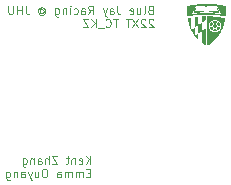
<source format=gbo>
G04 #@! TF.GenerationSoftware,KiCad,Pcbnew,9.0.4*
G04 #@! TF.CreationDate,2025-12-18T17:29:26-05:00*
G04 #@! TF.ProjectId,TC_kent,54435f6b-656e-4742-9e6b-696361645f70,rev?*
G04 #@! TF.SameCoordinates,Original*
G04 #@! TF.FileFunction,Legend,Bot*
G04 #@! TF.FilePolarity,Positive*
%FSLAX46Y46*%
G04 Gerber Fmt 4.6, Leading zero omitted, Abs format (unit mm)*
G04 Created by KiCad (PCBNEW 9.0.4) date 2025-12-18 17:29:26*
%MOMM*%
%LPD*%
G01*
G04 APERTURE LIST*
%ADD10C,0.100000*%
%ADD11C,0.000000*%
G04 APERTURE END LIST*
D10*
X131634211Y-77915505D02*
X131534211Y-77948839D01*
X131534211Y-77948839D02*
X131500877Y-77982172D01*
X131500877Y-77982172D02*
X131467544Y-78048839D01*
X131467544Y-78048839D02*
X131467544Y-78148839D01*
X131467544Y-78148839D02*
X131500877Y-78215505D01*
X131500877Y-78215505D02*
X131534211Y-78248839D01*
X131534211Y-78248839D02*
X131600877Y-78282172D01*
X131600877Y-78282172D02*
X131867544Y-78282172D01*
X131867544Y-78282172D02*
X131867544Y-77582172D01*
X131867544Y-77582172D02*
X131634211Y-77582172D01*
X131634211Y-77582172D02*
X131567544Y-77615505D01*
X131567544Y-77615505D02*
X131534211Y-77648839D01*
X131534211Y-77648839D02*
X131500877Y-77715505D01*
X131500877Y-77715505D02*
X131500877Y-77782172D01*
X131500877Y-77782172D02*
X131534211Y-77848839D01*
X131534211Y-77848839D02*
X131567544Y-77882172D01*
X131567544Y-77882172D02*
X131634211Y-77915505D01*
X131634211Y-77915505D02*
X131867544Y-77915505D01*
X131067544Y-78282172D02*
X131134211Y-78248839D01*
X131134211Y-78248839D02*
X131167544Y-78182172D01*
X131167544Y-78182172D02*
X131167544Y-77582172D01*
X130500877Y-77815505D02*
X130500877Y-78282172D01*
X130800877Y-77815505D02*
X130800877Y-78182172D01*
X130800877Y-78182172D02*
X130767544Y-78248839D01*
X130767544Y-78248839D02*
X130700877Y-78282172D01*
X130700877Y-78282172D02*
X130600877Y-78282172D01*
X130600877Y-78282172D02*
X130534210Y-78248839D01*
X130534210Y-78248839D02*
X130500877Y-78215505D01*
X129900877Y-78248839D02*
X129967544Y-78282172D01*
X129967544Y-78282172D02*
X130100877Y-78282172D01*
X130100877Y-78282172D02*
X130167544Y-78248839D01*
X130167544Y-78248839D02*
X130200877Y-78182172D01*
X130200877Y-78182172D02*
X130200877Y-77915505D01*
X130200877Y-77915505D02*
X130167544Y-77848839D01*
X130167544Y-77848839D02*
X130100877Y-77815505D01*
X130100877Y-77815505D02*
X129967544Y-77815505D01*
X129967544Y-77815505D02*
X129900877Y-77848839D01*
X129900877Y-77848839D02*
X129867544Y-77915505D01*
X129867544Y-77915505D02*
X129867544Y-77982172D01*
X129867544Y-77982172D02*
X130200877Y-78048839D01*
X128834211Y-77582172D02*
X128834211Y-78082172D01*
X128834211Y-78082172D02*
X128867544Y-78182172D01*
X128867544Y-78182172D02*
X128934211Y-78248839D01*
X128934211Y-78248839D02*
X129034211Y-78282172D01*
X129034211Y-78282172D02*
X129100878Y-78282172D01*
X128200878Y-78282172D02*
X128200878Y-77915505D01*
X128200878Y-77915505D02*
X128234211Y-77848839D01*
X128234211Y-77848839D02*
X128300878Y-77815505D01*
X128300878Y-77815505D02*
X128434211Y-77815505D01*
X128434211Y-77815505D02*
X128500878Y-77848839D01*
X128200878Y-78248839D02*
X128267545Y-78282172D01*
X128267545Y-78282172D02*
X128434211Y-78282172D01*
X128434211Y-78282172D02*
X128500878Y-78248839D01*
X128500878Y-78248839D02*
X128534211Y-78182172D01*
X128534211Y-78182172D02*
X128534211Y-78115505D01*
X128534211Y-78115505D02*
X128500878Y-78048839D01*
X128500878Y-78048839D02*
X128434211Y-78015505D01*
X128434211Y-78015505D02*
X128267545Y-78015505D01*
X128267545Y-78015505D02*
X128200878Y-77982172D01*
X127934212Y-77815505D02*
X127767545Y-78282172D01*
X127600878Y-77815505D02*
X127767545Y-78282172D01*
X127767545Y-78282172D02*
X127834212Y-78448839D01*
X127834212Y-78448839D02*
X127867545Y-78482172D01*
X127867545Y-78482172D02*
X127934212Y-78515505D01*
X126400879Y-78282172D02*
X126634212Y-77948839D01*
X126800879Y-78282172D02*
X126800879Y-77582172D01*
X126800879Y-77582172D02*
X126534212Y-77582172D01*
X126534212Y-77582172D02*
X126467546Y-77615505D01*
X126467546Y-77615505D02*
X126434212Y-77648839D01*
X126434212Y-77648839D02*
X126400879Y-77715505D01*
X126400879Y-77715505D02*
X126400879Y-77815505D01*
X126400879Y-77815505D02*
X126434212Y-77882172D01*
X126434212Y-77882172D02*
X126467546Y-77915505D01*
X126467546Y-77915505D02*
X126534212Y-77948839D01*
X126534212Y-77948839D02*
X126800879Y-77948839D01*
X125800879Y-78282172D02*
X125800879Y-77915505D01*
X125800879Y-77915505D02*
X125834212Y-77848839D01*
X125834212Y-77848839D02*
X125900879Y-77815505D01*
X125900879Y-77815505D02*
X126034212Y-77815505D01*
X126034212Y-77815505D02*
X126100879Y-77848839D01*
X125800879Y-78248839D02*
X125867546Y-78282172D01*
X125867546Y-78282172D02*
X126034212Y-78282172D01*
X126034212Y-78282172D02*
X126100879Y-78248839D01*
X126100879Y-78248839D02*
X126134212Y-78182172D01*
X126134212Y-78182172D02*
X126134212Y-78115505D01*
X126134212Y-78115505D02*
X126100879Y-78048839D01*
X126100879Y-78048839D02*
X126034212Y-78015505D01*
X126034212Y-78015505D02*
X125867546Y-78015505D01*
X125867546Y-78015505D02*
X125800879Y-77982172D01*
X125167546Y-78248839D02*
X125234213Y-78282172D01*
X125234213Y-78282172D02*
X125367546Y-78282172D01*
X125367546Y-78282172D02*
X125434213Y-78248839D01*
X125434213Y-78248839D02*
X125467546Y-78215505D01*
X125467546Y-78215505D02*
X125500879Y-78148839D01*
X125500879Y-78148839D02*
X125500879Y-77948839D01*
X125500879Y-77948839D02*
X125467546Y-77882172D01*
X125467546Y-77882172D02*
X125434213Y-77848839D01*
X125434213Y-77848839D02*
X125367546Y-77815505D01*
X125367546Y-77815505D02*
X125234213Y-77815505D01*
X125234213Y-77815505D02*
X125167546Y-77848839D01*
X124867546Y-78282172D02*
X124867546Y-77815505D01*
X124867546Y-77582172D02*
X124900879Y-77615505D01*
X124900879Y-77615505D02*
X124867546Y-77648839D01*
X124867546Y-77648839D02*
X124834213Y-77615505D01*
X124834213Y-77615505D02*
X124867546Y-77582172D01*
X124867546Y-77582172D02*
X124867546Y-77648839D01*
X124534213Y-77815505D02*
X124534213Y-78282172D01*
X124534213Y-77882172D02*
X124500880Y-77848839D01*
X124500880Y-77848839D02*
X124434213Y-77815505D01*
X124434213Y-77815505D02*
X124334213Y-77815505D01*
X124334213Y-77815505D02*
X124267546Y-77848839D01*
X124267546Y-77848839D02*
X124234213Y-77915505D01*
X124234213Y-77915505D02*
X124234213Y-78282172D01*
X123600880Y-77815505D02*
X123600880Y-78382172D01*
X123600880Y-78382172D02*
X123634213Y-78448839D01*
X123634213Y-78448839D02*
X123667547Y-78482172D01*
X123667547Y-78482172D02*
X123734213Y-78515505D01*
X123734213Y-78515505D02*
X123834213Y-78515505D01*
X123834213Y-78515505D02*
X123900880Y-78482172D01*
X123600880Y-78248839D02*
X123667547Y-78282172D01*
X123667547Y-78282172D02*
X123800880Y-78282172D01*
X123800880Y-78282172D02*
X123867547Y-78248839D01*
X123867547Y-78248839D02*
X123900880Y-78215505D01*
X123900880Y-78215505D02*
X123934213Y-78148839D01*
X123934213Y-78148839D02*
X123934213Y-77948839D01*
X123934213Y-77948839D02*
X123900880Y-77882172D01*
X123900880Y-77882172D02*
X123867547Y-77848839D01*
X123867547Y-77848839D02*
X123800880Y-77815505D01*
X123800880Y-77815505D02*
X123667547Y-77815505D01*
X123667547Y-77815505D02*
X123600880Y-77848839D01*
X122300881Y-77948839D02*
X122334214Y-77915505D01*
X122334214Y-77915505D02*
X122400881Y-77882172D01*
X122400881Y-77882172D02*
X122467547Y-77882172D01*
X122467547Y-77882172D02*
X122534214Y-77915505D01*
X122534214Y-77915505D02*
X122567547Y-77948839D01*
X122567547Y-77948839D02*
X122600881Y-78015505D01*
X122600881Y-78015505D02*
X122600881Y-78082172D01*
X122600881Y-78082172D02*
X122567547Y-78148839D01*
X122567547Y-78148839D02*
X122534214Y-78182172D01*
X122534214Y-78182172D02*
X122467547Y-78215505D01*
X122467547Y-78215505D02*
X122400881Y-78215505D01*
X122400881Y-78215505D02*
X122334214Y-78182172D01*
X122334214Y-78182172D02*
X122300881Y-78148839D01*
X122300881Y-77882172D02*
X122300881Y-78148839D01*
X122300881Y-78148839D02*
X122267547Y-78182172D01*
X122267547Y-78182172D02*
X122234214Y-78182172D01*
X122234214Y-78182172D02*
X122167547Y-78148839D01*
X122167547Y-78148839D02*
X122134214Y-78082172D01*
X122134214Y-78082172D02*
X122134214Y-77915505D01*
X122134214Y-77915505D02*
X122200881Y-77815505D01*
X122200881Y-77815505D02*
X122300881Y-77748839D01*
X122300881Y-77748839D02*
X122434214Y-77715505D01*
X122434214Y-77715505D02*
X122567547Y-77748839D01*
X122567547Y-77748839D02*
X122667547Y-77815505D01*
X122667547Y-77815505D02*
X122734214Y-77915505D01*
X122734214Y-77915505D02*
X122767547Y-78048839D01*
X122767547Y-78048839D02*
X122734214Y-78182172D01*
X122734214Y-78182172D02*
X122667547Y-78282172D01*
X122667547Y-78282172D02*
X122567547Y-78348839D01*
X122567547Y-78348839D02*
X122434214Y-78382172D01*
X122434214Y-78382172D02*
X122300881Y-78348839D01*
X122300881Y-78348839D02*
X122200881Y-78282172D01*
X121100881Y-77582172D02*
X121100881Y-78082172D01*
X121100881Y-78082172D02*
X121134214Y-78182172D01*
X121134214Y-78182172D02*
X121200881Y-78248839D01*
X121200881Y-78248839D02*
X121300881Y-78282172D01*
X121300881Y-78282172D02*
X121367548Y-78282172D01*
X120767548Y-78282172D02*
X120767548Y-77582172D01*
X120767548Y-77915505D02*
X120367548Y-77915505D01*
X120367548Y-78282172D02*
X120367548Y-77582172D01*
X120034215Y-77582172D02*
X120034215Y-78148839D01*
X120034215Y-78148839D02*
X120000882Y-78215505D01*
X120000882Y-78215505D02*
X119967548Y-78248839D01*
X119967548Y-78248839D02*
X119900882Y-78282172D01*
X119900882Y-78282172D02*
X119767548Y-78282172D01*
X119767548Y-78282172D02*
X119700882Y-78248839D01*
X119700882Y-78248839D02*
X119667548Y-78215505D01*
X119667548Y-78215505D02*
X119634215Y-78148839D01*
X119634215Y-78148839D02*
X119634215Y-77582172D01*
X131900877Y-78775800D02*
X131867544Y-78742466D01*
X131867544Y-78742466D02*
X131800877Y-78709133D01*
X131800877Y-78709133D02*
X131634211Y-78709133D01*
X131634211Y-78709133D02*
X131567544Y-78742466D01*
X131567544Y-78742466D02*
X131534211Y-78775800D01*
X131534211Y-78775800D02*
X131500877Y-78842466D01*
X131500877Y-78842466D02*
X131500877Y-78909133D01*
X131500877Y-78909133D02*
X131534211Y-79009133D01*
X131534211Y-79009133D02*
X131934211Y-79409133D01*
X131934211Y-79409133D02*
X131500877Y-79409133D01*
X131234210Y-78775800D02*
X131200877Y-78742466D01*
X131200877Y-78742466D02*
X131134210Y-78709133D01*
X131134210Y-78709133D02*
X130967544Y-78709133D01*
X130967544Y-78709133D02*
X130900877Y-78742466D01*
X130900877Y-78742466D02*
X130867544Y-78775800D01*
X130867544Y-78775800D02*
X130834210Y-78842466D01*
X130834210Y-78842466D02*
X130834210Y-78909133D01*
X130834210Y-78909133D02*
X130867544Y-79009133D01*
X130867544Y-79009133D02*
X131267544Y-79409133D01*
X131267544Y-79409133D02*
X130834210Y-79409133D01*
X130600877Y-78709133D02*
X130134210Y-79409133D01*
X130134210Y-78709133D02*
X130600877Y-79409133D01*
X129967543Y-78709133D02*
X129567543Y-78709133D01*
X129767543Y-79409133D02*
X129767543Y-78709133D01*
X128900877Y-78709133D02*
X128500877Y-78709133D01*
X128700877Y-79409133D02*
X128700877Y-78709133D01*
X127867544Y-79342466D02*
X127900877Y-79375800D01*
X127900877Y-79375800D02*
X128000877Y-79409133D01*
X128000877Y-79409133D02*
X128067544Y-79409133D01*
X128067544Y-79409133D02*
X128167544Y-79375800D01*
X128167544Y-79375800D02*
X128234211Y-79309133D01*
X128234211Y-79309133D02*
X128267544Y-79242466D01*
X128267544Y-79242466D02*
X128300877Y-79109133D01*
X128300877Y-79109133D02*
X128300877Y-79009133D01*
X128300877Y-79009133D02*
X128267544Y-78875800D01*
X128267544Y-78875800D02*
X128234211Y-78809133D01*
X128234211Y-78809133D02*
X128167544Y-78742466D01*
X128167544Y-78742466D02*
X128067544Y-78709133D01*
X128067544Y-78709133D02*
X128000877Y-78709133D01*
X128000877Y-78709133D02*
X127900877Y-78742466D01*
X127900877Y-78742466D02*
X127867544Y-78775800D01*
X127734211Y-79475800D02*
X127200877Y-79475800D01*
X127034211Y-79409133D02*
X127034211Y-78709133D01*
X126634211Y-79409133D02*
X126934211Y-79009133D01*
X126634211Y-78709133D02*
X127034211Y-79109133D01*
X126400878Y-78709133D02*
X125934211Y-78709133D01*
X125934211Y-78709133D02*
X126400878Y-79409133D01*
X126400878Y-79409133D02*
X125934211Y-79409133D01*
X126567544Y-90982172D02*
X126567544Y-90282172D01*
X126167544Y-90982172D02*
X126467544Y-90582172D01*
X126167544Y-90282172D02*
X126567544Y-90682172D01*
X125600877Y-90948839D02*
X125667544Y-90982172D01*
X125667544Y-90982172D02*
X125800877Y-90982172D01*
X125800877Y-90982172D02*
X125867544Y-90948839D01*
X125867544Y-90948839D02*
X125900877Y-90882172D01*
X125900877Y-90882172D02*
X125900877Y-90615505D01*
X125900877Y-90615505D02*
X125867544Y-90548839D01*
X125867544Y-90548839D02*
X125800877Y-90515505D01*
X125800877Y-90515505D02*
X125667544Y-90515505D01*
X125667544Y-90515505D02*
X125600877Y-90548839D01*
X125600877Y-90548839D02*
X125567544Y-90615505D01*
X125567544Y-90615505D02*
X125567544Y-90682172D01*
X125567544Y-90682172D02*
X125900877Y-90748839D01*
X125267544Y-90515505D02*
X125267544Y-90982172D01*
X125267544Y-90582172D02*
X125234211Y-90548839D01*
X125234211Y-90548839D02*
X125167544Y-90515505D01*
X125167544Y-90515505D02*
X125067544Y-90515505D01*
X125067544Y-90515505D02*
X125000877Y-90548839D01*
X125000877Y-90548839D02*
X124967544Y-90615505D01*
X124967544Y-90615505D02*
X124967544Y-90982172D01*
X124734211Y-90515505D02*
X124467544Y-90515505D01*
X124634211Y-90282172D02*
X124634211Y-90882172D01*
X124634211Y-90882172D02*
X124600878Y-90948839D01*
X124600878Y-90948839D02*
X124534211Y-90982172D01*
X124534211Y-90982172D02*
X124467544Y-90982172D01*
X123767545Y-90282172D02*
X123300878Y-90282172D01*
X123300878Y-90282172D02*
X123767545Y-90982172D01*
X123767545Y-90982172D02*
X123300878Y-90982172D01*
X123034211Y-90982172D02*
X123034211Y-90282172D01*
X122734211Y-90982172D02*
X122734211Y-90615505D01*
X122734211Y-90615505D02*
X122767544Y-90548839D01*
X122767544Y-90548839D02*
X122834211Y-90515505D01*
X122834211Y-90515505D02*
X122934211Y-90515505D01*
X122934211Y-90515505D02*
X123000878Y-90548839D01*
X123000878Y-90548839D02*
X123034211Y-90582172D01*
X122100878Y-90982172D02*
X122100878Y-90615505D01*
X122100878Y-90615505D02*
X122134211Y-90548839D01*
X122134211Y-90548839D02*
X122200878Y-90515505D01*
X122200878Y-90515505D02*
X122334211Y-90515505D01*
X122334211Y-90515505D02*
X122400878Y-90548839D01*
X122100878Y-90948839D02*
X122167545Y-90982172D01*
X122167545Y-90982172D02*
X122334211Y-90982172D01*
X122334211Y-90982172D02*
X122400878Y-90948839D01*
X122400878Y-90948839D02*
X122434211Y-90882172D01*
X122434211Y-90882172D02*
X122434211Y-90815505D01*
X122434211Y-90815505D02*
X122400878Y-90748839D01*
X122400878Y-90748839D02*
X122334211Y-90715505D01*
X122334211Y-90715505D02*
X122167545Y-90715505D01*
X122167545Y-90715505D02*
X122100878Y-90682172D01*
X121767545Y-90515505D02*
X121767545Y-90982172D01*
X121767545Y-90582172D02*
X121734212Y-90548839D01*
X121734212Y-90548839D02*
X121667545Y-90515505D01*
X121667545Y-90515505D02*
X121567545Y-90515505D01*
X121567545Y-90515505D02*
X121500878Y-90548839D01*
X121500878Y-90548839D02*
X121467545Y-90615505D01*
X121467545Y-90615505D02*
X121467545Y-90982172D01*
X120834212Y-90515505D02*
X120834212Y-91082172D01*
X120834212Y-91082172D02*
X120867545Y-91148839D01*
X120867545Y-91148839D02*
X120900879Y-91182172D01*
X120900879Y-91182172D02*
X120967545Y-91215505D01*
X120967545Y-91215505D02*
X121067545Y-91215505D01*
X121067545Y-91215505D02*
X121134212Y-91182172D01*
X120834212Y-90948839D02*
X120900879Y-90982172D01*
X120900879Y-90982172D02*
X121034212Y-90982172D01*
X121034212Y-90982172D02*
X121100879Y-90948839D01*
X121100879Y-90948839D02*
X121134212Y-90915505D01*
X121134212Y-90915505D02*
X121167545Y-90848839D01*
X121167545Y-90848839D02*
X121167545Y-90648839D01*
X121167545Y-90648839D02*
X121134212Y-90582172D01*
X121134212Y-90582172D02*
X121100879Y-90548839D01*
X121100879Y-90548839D02*
X121034212Y-90515505D01*
X121034212Y-90515505D02*
X120900879Y-90515505D01*
X120900879Y-90515505D02*
X120834212Y-90548839D01*
X126567544Y-91742466D02*
X126334211Y-91742466D01*
X126234211Y-92109133D02*
X126567544Y-92109133D01*
X126567544Y-92109133D02*
X126567544Y-91409133D01*
X126567544Y-91409133D02*
X126234211Y-91409133D01*
X125934211Y-92109133D02*
X125934211Y-91642466D01*
X125934211Y-91709133D02*
X125900878Y-91675800D01*
X125900878Y-91675800D02*
X125834211Y-91642466D01*
X125834211Y-91642466D02*
X125734211Y-91642466D01*
X125734211Y-91642466D02*
X125667544Y-91675800D01*
X125667544Y-91675800D02*
X125634211Y-91742466D01*
X125634211Y-91742466D02*
X125634211Y-92109133D01*
X125634211Y-91742466D02*
X125600878Y-91675800D01*
X125600878Y-91675800D02*
X125534211Y-91642466D01*
X125534211Y-91642466D02*
X125434211Y-91642466D01*
X125434211Y-91642466D02*
X125367544Y-91675800D01*
X125367544Y-91675800D02*
X125334211Y-91742466D01*
X125334211Y-91742466D02*
X125334211Y-92109133D01*
X125000878Y-92109133D02*
X125000878Y-91642466D01*
X125000878Y-91709133D02*
X124967545Y-91675800D01*
X124967545Y-91675800D02*
X124900878Y-91642466D01*
X124900878Y-91642466D02*
X124800878Y-91642466D01*
X124800878Y-91642466D02*
X124734211Y-91675800D01*
X124734211Y-91675800D02*
X124700878Y-91742466D01*
X124700878Y-91742466D02*
X124700878Y-92109133D01*
X124700878Y-91742466D02*
X124667545Y-91675800D01*
X124667545Y-91675800D02*
X124600878Y-91642466D01*
X124600878Y-91642466D02*
X124500878Y-91642466D01*
X124500878Y-91642466D02*
X124434211Y-91675800D01*
X124434211Y-91675800D02*
X124400878Y-91742466D01*
X124400878Y-91742466D02*
X124400878Y-92109133D01*
X123767545Y-92109133D02*
X123767545Y-91742466D01*
X123767545Y-91742466D02*
X123800878Y-91675800D01*
X123800878Y-91675800D02*
X123867545Y-91642466D01*
X123867545Y-91642466D02*
X124000878Y-91642466D01*
X124000878Y-91642466D02*
X124067545Y-91675800D01*
X123767545Y-92075800D02*
X123834212Y-92109133D01*
X123834212Y-92109133D02*
X124000878Y-92109133D01*
X124000878Y-92109133D02*
X124067545Y-92075800D01*
X124067545Y-92075800D02*
X124100878Y-92009133D01*
X124100878Y-92009133D02*
X124100878Y-91942466D01*
X124100878Y-91942466D02*
X124067545Y-91875800D01*
X124067545Y-91875800D02*
X124000878Y-91842466D01*
X124000878Y-91842466D02*
X123834212Y-91842466D01*
X123834212Y-91842466D02*
X123767545Y-91809133D01*
X122767546Y-91409133D02*
X122634212Y-91409133D01*
X122634212Y-91409133D02*
X122567546Y-91442466D01*
X122567546Y-91442466D02*
X122500879Y-91509133D01*
X122500879Y-91509133D02*
X122467546Y-91642466D01*
X122467546Y-91642466D02*
X122467546Y-91875800D01*
X122467546Y-91875800D02*
X122500879Y-92009133D01*
X122500879Y-92009133D02*
X122567546Y-92075800D01*
X122567546Y-92075800D02*
X122634212Y-92109133D01*
X122634212Y-92109133D02*
X122767546Y-92109133D01*
X122767546Y-92109133D02*
X122834212Y-92075800D01*
X122834212Y-92075800D02*
X122900879Y-92009133D01*
X122900879Y-92009133D02*
X122934212Y-91875800D01*
X122934212Y-91875800D02*
X122934212Y-91642466D01*
X122934212Y-91642466D02*
X122900879Y-91509133D01*
X122900879Y-91509133D02*
X122834212Y-91442466D01*
X122834212Y-91442466D02*
X122767546Y-91409133D01*
X121867546Y-91642466D02*
X121867546Y-92109133D01*
X122167546Y-91642466D02*
X122167546Y-92009133D01*
X122167546Y-92009133D02*
X122134213Y-92075800D01*
X122134213Y-92075800D02*
X122067546Y-92109133D01*
X122067546Y-92109133D02*
X121967546Y-92109133D01*
X121967546Y-92109133D02*
X121900879Y-92075800D01*
X121900879Y-92075800D02*
X121867546Y-92042466D01*
X121600880Y-91642466D02*
X121434213Y-92109133D01*
X121267546Y-91642466D02*
X121434213Y-92109133D01*
X121434213Y-92109133D02*
X121500880Y-92275800D01*
X121500880Y-92275800D02*
X121534213Y-92309133D01*
X121534213Y-92309133D02*
X121600880Y-92342466D01*
X120700880Y-92109133D02*
X120700880Y-91742466D01*
X120700880Y-91742466D02*
X120734213Y-91675800D01*
X120734213Y-91675800D02*
X120800880Y-91642466D01*
X120800880Y-91642466D02*
X120934213Y-91642466D01*
X120934213Y-91642466D02*
X121000880Y-91675800D01*
X120700880Y-92075800D02*
X120767547Y-92109133D01*
X120767547Y-92109133D02*
X120934213Y-92109133D01*
X120934213Y-92109133D02*
X121000880Y-92075800D01*
X121000880Y-92075800D02*
X121034213Y-92009133D01*
X121034213Y-92009133D02*
X121034213Y-91942466D01*
X121034213Y-91942466D02*
X121000880Y-91875800D01*
X121000880Y-91875800D02*
X120934213Y-91842466D01*
X120934213Y-91842466D02*
X120767547Y-91842466D01*
X120767547Y-91842466D02*
X120700880Y-91809133D01*
X120367547Y-91642466D02*
X120367547Y-92109133D01*
X120367547Y-91709133D02*
X120334214Y-91675800D01*
X120334214Y-91675800D02*
X120267547Y-91642466D01*
X120267547Y-91642466D02*
X120167547Y-91642466D01*
X120167547Y-91642466D02*
X120100880Y-91675800D01*
X120100880Y-91675800D02*
X120067547Y-91742466D01*
X120067547Y-91742466D02*
X120067547Y-92109133D01*
X119434214Y-91642466D02*
X119434214Y-92209133D01*
X119434214Y-92209133D02*
X119467547Y-92275800D01*
X119467547Y-92275800D02*
X119500881Y-92309133D01*
X119500881Y-92309133D02*
X119567547Y-92342466D01*
X119567547Y-92342466D02*
X119667547Y-92342466D01*
X119667547Y-92342466D02*
X119734214Y-92309133D01*
X119434214Y-92075800D02*
X119500881Y-92109133D01*
X119500881Y-92109133D02*
X119634214Y-92109133D01*
X119634214Y-92109133D02*
X119700881Y-92075800D01*
X119700881Y-92075800D02*
X119734214Y-92042466D01*
X119734214Y-92042466D02*
X119767547Y-91975800D01*
X119767547Y-91975800D02*
X119767547Y-91775800D01*
X119767547Y-91775800D02*
X119734214Y-91709133D01*
X119734214Y-91709133D02*
X119700881Y-91675800D01*
X119700881Y-91675800D02*
X119634214Y-91642466D01*
X119634214Y-91642466D02*
X119500881Y-91642466D01*
X119500881Y-91642466D02*
X119434214Y-91675800D01*
D11*
G36*
X136327829Y-78644663D02*
G01*
X136327829Y-78814071D01*
X136177649Y-78913685D01*
X136161627Y-78924307D01*
X136139568Y-78938916D01*
X136118700Y-78952716D01*
X136099284Y-78965536D01*
X136081580Y-78977206D01*
X136065848Y-78987555D01*
X136052349Y-78996410D01*
X136041342Y-79003602D01*
X136033087Y-79008959D01*
X136027846Y-79012310D01*
X136025877Y-79013485D01*
X136025681Y-79011498D01*
X136025489Y-79005527D01*
X136025306Y-78995825D01*
X136025132Y-78982644D01*
X136024971Y-78966237D01*
X136024823Y-78946860D01*
X136024689Y-78924764D01*
X136024572Y-78900204D01*
X136024473Y-78873432D01*
X136024393Y-78844703D01*
X136024334Y-78814269D01*
X136024298Y-78782385D01*
X136024285Y-78749303D01*
X136024285Y-78484935D01*
X136058779Y-78483514D01*
X136070885Y-78483018D01*
X136108534Y-78481523D01*
X136142911Y-78480239D01*
X136174759Y-78479140D01*
X136204820Y-78478202D01*
X136233839Y-78477401D01*
X136262556Y-78476710D01*
X136327829Y-78475254D01*
X136327829Y-78644663D01*
G37*
G36*
X137138542Y-79164690D02*
G01*
X137156130Y-79167027D01*
X137172586Y-79171685D01*
X137189185Y-79178914D01*
X137205328Y-79188218D01*
X137225018Y-79203529D01*
X137241564Y-79221441D01*
X137254772Y-79241640D01*
X137264448Y-79263813D01*
X137270396Y-79287647D01*
X137272422Y-79312829D01*
X137272396Y-79315563D01*
X137269901Y-79339700D01*
X137263548Y-79362749D01*
X137253637Y-79384319D01*
X137240471Y-79404021D01*
X137224349Y-79421465D01*
X137205575Y-79436263D01*
X137184449Y-79448025D01*
X137161274Y-79456362D01*
X137146281Y-79459128D01*
X137128339Y-79460209D01*
X137109522Y-79459506D01*
X137091319Y-79457077D01*
X137075222Y-79452980D01*
X137055869Y-79444743D01*
X137035726Y-79432260D01*
X137017666Y-79416829D01*
X137002349Y-79399022D01*
X136990434Y-79379411D01*
X136989729Y-79377967D01*
X136982510Y-79361353D01*
X136977840Y-79345966D01*
X136975326Y-79330142D01*
X136974575Y-79312221D01*
X136975752Y-79291704D01*
X136980474Y-79268509D01*
X136988936Y-79247124D01*
X137001275Y-79227221D01*
X137017628Y-79208469D01*
X137023130Y-79203155D01*
X137039973Y-79189021D01*
X137056805Y-79178470D01*
X137074470Y-79171124D01*
X137093815Y-79166603D01*
X137115686Y-79164529D01*
X137118547Y-79164423D01*
X137138542Y-79164690D01*
G37*
G36*
X136806231Y-79348301D02*
G01*
X136826878Y-79350456D01*
X136847022Y-79353877D01*
X136865762Y-79358495D01*
X136882199Y-79364244D01*
X136903105Y-79374856D01*
X136921211Y-79388094D01*
X136935830Y-79403535D01*
X136946936Y-79421035D01*
X136954501Y-79440447D01*
X136958497Y-79461626D01*
X136958899Y-79484425D01*
X136955678Y-79508701D01*
X136948808Y-79534306D01*
X136938262Y-79561095D01*
X136924012Y-79588922D01*
X136919873Y-79595839D01*
X136906835Y-79613565D01*
X136892594Y-79627242D01*
X136877155Y-79636863D01*
X136860525Y-79642423D01*
X136857746Y-79642919D01*
X136842186Y-79643449D01*
X136825933Y-79640716D01*
X136810242Y-79635028D01*
X136796368Y-79626693D01*
X136786961Y-79618404D01*
X136775620Y-79606172D01*
X136763534Y-79591186D01*
X136751127Y-79574065D01*
X136738825Y-79555426D01*
X136727054Y-79535887D01*
X136716237Y-79516065D01*
X136706800Y-79496576D01*
X136700449Y-79481797D01*
X136693351Y-79462464D01*
X136688827Y-79445513D01*
X136686785Y-79430434D01*
X136687130Y-79416716D01*
X136689769Y-79403849D01*
X136692159Y-79397241D01*
X136700044Y-79383181D01*
X136710815Y-79370564D01*
X136723595Y-79360318D01*
X136737506Y-79353371D01*
X136750274Y-79350108D01*
X136767029Y-79348060D01*
X136785981Y-79347480D01*
X136806231Y-79348301D01*
G37*
G36*
X136855122Y-78982595D02*
G01*
X136869647Y-78986096D01*
X136875938Y-78988775D01*
X136888654Y-78996438D01*
X136900505Y-79006975D01*
X136911788Y-79020721D01*
X136922799Y-79038015D01*
X136933835Y-79059195D01*
X136938023Y-79068308D01*
X136948079Y-79094910D01*
X136954440Y-79120372D01*
X136957138Y-79144529D01*
X136956202Y-79167214D01*
X136951664Y-79188261D01*
X136943554Y-79207504D01*
X136931903Y-79224777D01*
X136916741Y-79239912D01*
X136898100Y-79252745D01*
X136889141Y-79257224D01*
X136875377Y-79262745D01*
X136859886Y-79267856D01*
X136844046Y-79272110D01*
X136829237Y-79275059D01*
X136827537Y-79275313D01*
X136814712Y-79276734D01*
X136800287Y-79277651D01*
X136785424Y-79278049D01*
X136771283Y-79277915D01*
X136759027Y-79277235D01*
X136749816Y-79275995D01*
X136745276Y-79274883D01*
X136730223Y-79269052D01*
X136716125Y-79260571D01*
X136704586Y-79250349D01*
X136703412Y-79249018D01*
X136693555Y-79234466D01*
X136687541Y-79218195D01*
X136685383Y-79200306D01*
X136687095Y-79180902D01*
X136692690Y-79160083D01*
X136698340Y-79145044D01*
X136708190Y-79122341D01*
X136719406Y-79099878D01*
X136731664Y-79078132D01*
X136744638Y-79057579D01*
X136758005Y-79038697D01*
X136771440Y-79021961D01*
X136784618Y-79007848D01*
X136797215Y-78996835D01*
X136808906Y-78989399D01*
X136823227Y-78984332D01*
X136839142Y-78982035D01*
X136855122Y-78982595D01*
G37*
G36*
X137138331Y-79521092D02*
G01*
X137159434Y-79526116D01*
X137180235Y-79535265D01*
X137200529Y-79548529D01*
X137210159Y-79556609D01*
X137223733Y-79570128D01*
X137237011Y-79585593D01*
X137249479Y-79602253D01*
X137260622Y-79619357D01*
X137269925Y-79636155D01*
X137276874Y-79651897D01*
X137280955Y-79665831D01*
X137282178Y-79675246D01*
X137281349Y-79692387D01*
X137276742Y-79708635D01*
X137268659Y-79723498D01*
X137257402Y-79736480D01*
X137243272Y-79747087D01*
X137226573Y-79754824D01*
X137223313Y-79755827D01*
X137214175Y-79758089D01*
X137202667Y-79760472D01*
X137190025Y-79762745D01*
X137177486Y-79764679D01*
X137166288Y-79766042D01*
X137156852Y-79766766D01*
X137139421Y-79767341D01*
X137120075Y-79767241D01*
X137099837Y-79766524D01*
X137079732Y-79765245D01*
X137060785Y-79763459D01*
X137044020Y-79761225D01*
X137030463Y-79758597D01*
X137018936Y-79755084D01*
X137002248Y-79746916D01*
X136988309Y-79736065D01*
X136977368Y-79722941D01*
X136969673Y-79707957D01*
X136965473Y-79691524D01*
X136965017Y-79674055D01*
X136968552Y-79655961D01*
X136968932Y-79654750D01*
X136975789Y-79637890D01*
X136985647Y-79619835D01*
X136997863Y-79601418D01*
X137011793Y-79583473D01*
X137026796Y-79566833D01*
X137042227Y-79552329D01*
X137057446Y-79540794D01*
X137075229Y-79530885D01*
X137096025Y-79523466D01*
X137117127Y-79520205D01*
X137138331Y-79521092D01*
G37*
G36*
X137480646Y-79349222D02*
G01*
X137498688Y-79352090D01*
X137513564Y-79356779D01*
X137516671Y-79358279D01*
X137526719Y-79365003D01*
X137536770Y-79374078D01*
X137545621Y-79384325D01*
X137552069Y-79394561D01*
X137554497Y-79399796D01*
X137556310Y-79405047D01*
X137557328Y-79410777D01*
X137557762Y-79418237D01*
X137557823Y-79428676D01*
X137557823Y-79428751D01*
X137557652Y-79439247D01*
X137557049Y-79447223D01*
X137555707Y-79454284D01*
X137553324Y-79462035D01*
X137549595Y-79472082D01*
X137541926Y-79490766D01*
X137524742Y-79526098D01*
X137504821Y-79559920D01*
X137482866Y-79590974D01*
X137480172Y-79594408D01*
X137467439Y-79609596D01*
X137455804Y-79621466D01*
X137444726Y-79630470D01*
X137433662Y-79637059D01*
X137422071Y-79641686D01*
X137414939Y-79643322D01*
X137402240Y-79644377D01*
X137388940Y-79643749D01*
X137377016Y-79641449D01*
X137373449Y-79640283D01*
X137359955Y-79633686D01*
X137347259Y-79623740D01*
X137335154Y-79610225D01*
X137323435Y-79592918D01*
X137311893Y-79571599D01*
X137301393Y-79547997D01*
X137292474Y-79521333D01*
X137287376Y-79496149D01*
X137286096Y-79472512D01*
X137288632Y-79450489D01*
X137294980Y-79430144D01*
X137305140Y-79411545D01*
X137319106Y-79394759D01*
X137327291Y-79387277D01*
X137345266Y-79374695D01*
X137366192Y-79364589D01*
X137390302Y-79356857D01*
X137417825Y-79351397D01*
X137437809Y-79349102D01*
X137460125Y-79348213D01*
X137480646Y-79349222D01*
G37*
G36*
X137142541Y-78858928D02*
G01*
X137165669Y-78860223D01*
X137187527Y-78862513D01*
X137207402Y-78865799D01*
X137224581Y-78870080D01*
X137238352Y-78875356D01*
X137244321Y-78878671D01*
X137257107Y-78888465D01*
X137268161Y-78900549D01*
X137276229Y-78913655D01*
X137277084Y-78915521D01*
X137279574Y-78921862D01*
X137281042Y-78928073D01*
X137281743Y-78935606D01*
X137281935Y-78945915D01*
X137281938Y-78947967D01*
X137281806Y-78956838D01*
X137281177Y-78963481D01*
X137279699Y-78969401D01*
X137277023Y-78976101D01*
X137272797Y-78985084D01*
X137269307Y-78992099D01*
X137254853Y-79017168D01*
X137238646Y-79039715D01*
X137220996Y-79059454D01*
X137202215Y-79076099D01*
X137182615Y-79089367D01*
X137162507Y-79098971D01*
X137142202Y-79104628D01*
X137137917Y-79105260D01*
X137120177Y-79105716D01*
X137101453Y-79103232D01*
X137083112Y-79098065D01*
X137066522Y-79090469D01*
X137063804Y-79088874D01*
X137044561Y-79075204D01*
X137025895Y-79057893D01*
X137008259Y-79037459D01*
X136992110Y-79014423D01*
X136977904Y-78989304D01*
X136971546Y-78975094D01*
X136966633Y-78958420D01*
X136965283Y-78942828D01*
X136967458Y-78927693D01*
X136973119Y-78912394D01*
X136973229Y-78912163D01*
X136982592Y-78897210D01*
X136994971Y-78884630D01*
X137009576Y-78875229D01*
X137016990Y-78872094D01*
X137032778Y-78867406D01*
X137051571Y-78863715D01*
X137072657Y-78861023D01*
X137095322Y-78859328D01*
X137118854Y-78858630D01*
X137142541Y-78858928D01*
G37*
G36*
X137408893Y-78983089D02*
G01*
X137417654Y-78983456D01*
X137424275Y-78984419D01*
X137430214Y-78986251D01*
X137436929Y-78989227D01*
X137448298Y-78996328D01*
X137460630Y-79006974D01*
X137473590Y-79020673D01*
X137486843Y-79036938D01*
X137500058Y-79055277D01*
X137512899Y-79075201D01*
X137525034Y-79096220D01*
X137536129Y-79117845D01*
X137545850Y-79139586D01*
X137553865Y-79160953D01*
X137557258Y-79171419D01*
X137559442Y-79179455D01*
X137560595Y-79186291D01*
X137560950Y-79193316D01*
X137560741Y-79201919D01*
X137560586Y-79205105D01*
X137559564Y-79215550D01*
X137557607Y-79223988D01*
X137554344Y-79232177D01*
X137552486Y-79235842D01*
X137542860Y-79249485D01*
X137530283Y-79261246D01*
X137515708Y-79270356D01*
X137500088Y-79276044D01*
X137498364Y-79276381D01*
X137490723Y-79277208D01*
X137480245Y-79277751D01*
X137467980Y-79278006D01*
X137454980Y-79277973D01*
X137442294Y-79277650D01*
X137430974Y-79277037D01*
X137422071Y-79276133D01*
X137416729Y-79275319D01*
X137388982Y-79269288D01*
X137364488Y-79260713D01*
X137343297Y-79249630D01*
X137325457Y-79236077D01*
X137311017Y-79220087D01*
X137300026Y-79201697D01*
X137292532Y-79180944D01*
X137291706Y-79177289D01*
X137290092Y-79164085D01*
X137289752Y-79148678D01*
X137290631Y-79132428D01*
X137292671Y-79116694D01*
X137295815Y-79102837D01*
X137297242Y-79098176D01*
X137304634Y-79077769D01*
X137313659Y-79057552D01*
X137323793Y-79038531D01*
X137334512Y-79021709D01*
X137345290Y-79008092D01*
X137354590Y-78999437D01*
X137369663Y-78989902D01*
X137375122Y-78987310D01*
X137381135Y-78984969D01*
X137386968Y-78983675D01*
X137394095Y-78983131D01*
X137403991Y-78983045D01*
X137408893Y-78983089D01*
G37*
G36*
X135553430Y-77690577D02*
G01*
X135551516Y-77696331D01*
X135548380Y-77705510D01*
X135544120Y-77717830D01*
X135538837Y-77733006D01*
X135532628Y-77750755D01*
X135525594Y-77770794D01*
X135517833Y-77792839D01*
X135509445Y-77816606D01*
X135500529Y-77841812D01*
X135491184Y-77868173D01*
X135482065Y-77893883D01*
X135473059Y-77919299D01*
X135464546Y-77943348D01*
X135456629Y-77965738D01*
X135449411Y-77986179D01*
X135442995Y-78004377D01*
X135437484Y-78020043D01*
X135432979Y-78032883D01*
X135429585Y-78042607D01*
X135427404Y-78048923D01*
X135426539Y-78051539D01*
X135425388Y-78055988D01*
X135448357Y-78052030D01*
X135464194Y-78049401D01*
X135529906Y-78040462D01*
X135598322Y-78034155D01*
X135668963Y-78030457D01*
X135741350Y-78029343D01*
X135815004Y-78030791D01*
X135889447Y-78034777D01*
X135964199Y-78041276D01*
X136038781Y-78050266D01*
X136112714Y-78061722D01*
X136185520Y-78075622D01*
X136256719Y-78091941D01*
X136262404Y-78093373D01*
X136276617Y-78097058D01*
X136291798Y-78101113D01*
X136307383Y-78105377D01*
X136322810Y-78109689D01*
X136337515Y-78113886D01*
X136350933Y-78117807D01*
X136362503Y-78121289D01*
X136371659Y-78124171D01*
X136377839Y-78126292D01*
X136380479Y-78127488D01*
X136380096Y-78128203D01*
X136376848Y-78128609D01*
X136376407Y-78128627D01*
X136371649Y-78129479D01*
X136364484Y-78131355D01*
X136356284Y-78133903D01*
X136351923Y-78135310D01*
X136345584Y-78137024D01*
X136339191Y-78138152D01*
X136331696Y-78138813D01*
X136322051Y-78139125D01*
X136309210Y-78139206D01*
X136297902Y-78139238D01*
X136260289Y-78139685D01*
X136219313Y-78140638D01*
X136175356Y-78142069D01*
X136128798Y-78143947D01*
X136080020Y-78146243D01*
X136029401Y-78148928D01*
X135977322Y-78151974D01*
X135924163Y-78155351D01*
X135870304Y-78159029D01*
X135816127Y-78162980D01*
X135762010Y-78167174D01*
X135708336Y-78171582D01*
X135655482Y-78176175D01*
X135603832Y-78180923D01*
X135553763Y-78185799D01*
X135505657Y-78190771D01*
X135459894Y-78195812D01*
X135416855Y-78200891D01*
X135376919Y-78205981D01*
X135340468Y-78211051D01*
X135307880Y-78216072D01*
X135305424Y-78216466D01*
X135297871Y-78217572D01*
X135292407Y-78218212D01*
X135290078Y-78218256D01*
X135290299Y-78217465D01*
X135291836Y-78213135D01*
X135294748Y-78205249D01*
X135298943Y-78194051D01*
X135304327Y-78179785D01*
X135310809Y-78162696D01*
X135318294Y-78143028D01*
X135326689Y-78121025D01*
X135335903Y-78096931D01*
X135345841Y-78070992D01*
X135356410Y-78043451D01*
X135367518Y-78014553D01*
X135379072Y-77984542D01*
X135468885Y-77751417D01*
X135511125Y-77719611D01*
X135520481Y-77712596D01*
X135531175Y-77704659D01*
X135540338Y-77697949D01*
X135547508Y-77692801D01*
X135552223Y-77689550D01*
X135554022Y-77688529D01*
X135553430Y-77690577D01*
G37*
G36*
X137251954Y-77688861D02*
G01*
X137256056Y-77691744D01*
X137262716Y-77696591D01*
X137271459Y-77703052D01*
X137281812Y-77710780D01*
X137293302Y-77719427D01*
X137303046Y-77726824D01*
X137314424Y-77735621D01*
X137323054Y-77742567D01*
X137329352Y-77748026D01*
X137333730Y-77752363D01*
X137336603Y-77755942D01*
X137338385Y-77759128D01*
X137339534Y-77761927D01*
X137342124Y-77768466D01*
X137345969Y-77778291D01*
X137350954Y-77791099D01*
X137356962Y-77806588D01*
X137363877Y-77824459D01*
X137371585Y-77844408D01*
X137379968Y-77866135D01*
X137388911Y-77889337D01*
X137398299Y-77913714D01*
X137408015Y-77938963D01*
X137417944Y-77964784D01*
X137427970Y-77990874D01*
X137437976Y-78016932D01*
X137447848Y-78042657D01*
X137457469Y-78067747D01*
X137466724Y-78091900D01*
X137475496Y-78114814D01*
X137483670Y-78136189D01*
X137491130Y-78155723D01*
X137497760Y-78173114D01*
X137503444Y-78188061D01*
X137508067Y-78200261D01*
X137511512Y-78209415D01*
X137513664Y-78215219D01*
X137514407Y-78217372D01*
X137513786Y-78217854D01*
X137510143Y-78217986D01*
X137504325Y-78217211D01*
X137499665Y-78216404D01*
X137489729Y-78214874D01*
X137476522Y-78212979D01*
X137460602Y-78210791D01*
X137442529Y-78208383D01*
X137422861Y-78205827D01*
X137402159Y-78203196D01*
X137380981Y-78200563D01*
X137359885Y-78197998D01*
X137339433Y-78195576D01*
X137320182Y-78193368D01*
X137273555Y-78188291D01*
X137220389Y-78182869D01*
X137165587Y-78177635D01*
X137109567Y-78172618D01*
X137052746Y-78167843D01*
X136995542Y-78163339D01*
X136938371Y-78159134D01*
X136881651Y-78155253D01*
X136825799Y-78151726D01*
X136771233Y-78148578D01*
X136718369Y-78145838D01*
X136667626Y-78143532D01*
X136619419Y-78141689D01*
X136574168Y-78140336D01*
X136532289Y-78139499D01*
X136494198Y-78139206D01*
X136486997Y-78139186D01*
X136475887Y-78139012D01*
X136467730Y-78138588D01*
X136461675Y-78137827D01*
X136456871Y-78136643D01*
X136452468Y-78134947D01*
X136450191Y-78134014D01*
X136441242Y-78131141D01*
X136432633Y-78129303D01*
X136422427Y-78127908D01*
X136434032Y-78123941D01*
X136442199Y-78121282D01*
X136454747Y-78117447D01*
X136469816Y-78113022D01*
X136486553Y-78108248D01*
X136504103Y-78103365D01*
X136521613Y-78098612D01*
X136538227Y-78094231D01*
X136553092Y-78090461D01*
X136575850Y-78084996D01*
X136646407Y-78069906D01*
X136718503Y-78057163D01*
X136791648Y-78046792D01*
X136865352Y-78038815D01*
X136939125Y-78033257D01*
X137012476Y-78030140D01*
X137084914Y-78029488D01*
X137155950Y-78031326D01*
X137225093Y-78035675D01*
X137291852Y-78042560D01*
X137355737Y-78052004D01*
X137363574Y-78053275D01*
X137371334Y-78054339D01*
X137376609Y-78054827D01*
X137378556Y-78054639D01*
X137378549Y-78054600D01*
X137377722Y-78052070D01*
X137375594Y-78045857D01*
X137372262Y-78036242D01*
X137367825Y-78023510D01*
X137362382Y-78007941D01*
X137356033Y-77989818D01*
X137348875Y-77969423D01*
X137341009Y-77947038D01*
X137332532Y-77922946D01*
X137323543Y-77897429D01*
X137314143Y-77870769D01*
X137313082Y-77867763D01*
X137303745Y-77841257D01*
X137294853Y-77815949D01*
X137286503Y-77792118D01*
X137278792Y-77770044D01*
X137271817Y-77750006D01*
X137265675Y-77732284D01*
X137260462Y-77717158D01*
X137256275Y-77704906D01*
X137253213Y-77695809D01*
X137251370Y-77690146D01*
X137250845Y-77688196D01*
X137251954Y-77688861D01*
G37*
G36*
X135109190Y-78584052D02*
G01*
X135109460Y-78586007D01*
X135109711Y-78590116D01*
X135109942Y-78596495D01*
X135110156Y-78605259D01*
X135110351Y-78616523D01*
X135110529Y-78630404D01*
X135110691Y-78647017D01*
X135110837Y-78666477D01*
X135110966Y-78688901D01*
X135111081Y-78714403D01*
X135111182Y-78743100D01*
X135111269Y-78775106D01*
X135111342Y-78810539D01*
X135111402Y-78849512D01*
X135111451Y-78892142D01*
X135111487Y-78938545D01*
X135111513Y-78988835D01*
X135111528Y-79043129D01*
X135111532Y-79101542D01*
X135111533Y-79109426D01*
X135111538Y-79155766D01*
X135111553Y-79200954D01*
X135111575Y-79244807D01*
X135111604Y-79287145D01*
X135111641Y-79327786D01*
X135111685Y-79366550D01*
X135111736Y-79403254D01*
X135111792Y-79437718D01*
X135111854Y-79469759D01*
X135111922Y-79499198D01*
X135111994Y-79525852D01*
X135112071Y-79549541D01*
X135112153Y-79570082D01*
X135112238Y-79587295D01*
X135112327Y-79600999D01*
X135112418Y-79611012D01*
X135112513Y-79617152D01*
X135112610Y-79619240D01*
X135113577Y-79618675D01*
X135117789Y-79615992D01*
X135125095Y-79611254D01*
X135135237Y-79604632D01*
X135147956Y-79596297D01*
X135162991Y-79586418D01*
X135180084Y-79575166D01*
X135198976Y-79562712D01*
X135219407Y-79549226D01*
X135241119Y-79534878D01*
X135263851Y-79519839D01*
X135414014Y-79420438D01*
X135415076Y-79772825D01*
X135416137Y-80125212D01*
X135566479Y-80025735D01*
X135582646Y-80015042D01*
X135604692Y-80000471D01*
X135625531Y-79986711D01*
X135644903Y-79973932D01*
X135662550Y-79962305D01*
X135678214Y-79952000D01*
X135691635Y-79943187D01*
X135702555Y-79936036D01*
X135710715Y-79930718D01*
X135715857Y-79927402D01*
X135717720Y-79926259D01*
X135717749Y-79926401D01*
X135717857Y-79929539D01*
X135717961Y-79936599D01*
X135718058Y-79947332D01*
X135718148Y-79961489D01*
X135718231Y-79978824D01*
X135718306Y-79999086D01*
X135718371Y-80022028D01*
X135718428Y-80047402D01*
X135718473Y-80074958D01*
X135718508Y-80104449D01*
X135718531Y-80135627D01*
X135718541Y-80168242D01*
X135718537Y-80202046D01*
X135718456Y-80477834D01*
X135679798Y-80438552D01*
X135675614Y-80434289D01*
X135620323Y-80375950D01*
X135565143Y-80314068D01*
X135510570Y-80249266D01*
X135457103Y-80182167D01*
X135405239Y-80113394D01*
X135355475Y-80043569D01*
X135308308Y-79973317D01*
X135296490Y-79955011D01*
X135235675Y-79856169D01*
X135178431Y-79755046D01*
X135124765Y-79651663D01*
X135074687Y-79546042D01*
X135028205Y-79438205D01*
X134985326Y-79328171D01*
X134946060Y-79215964D01*
X134910416Y-79101605D01*
X134878400Y-78985114D01*
X134850022Y-78866513D01*
X134825291Y-78745823D01*
X134823520Y-78736375D01*
X134818897Y-78711231D01*
X134815160Y-78690094D01*
X134812294Y-78672868D01*
X134810284Y-78659455D01*
X134809116Y-78649759D01*
X134808775Y-78643682D01*
X134809245Y-78641127D01*
X134810191Y-78640733D01*
X134814879Y-78639478D01*
X134823042Y-78637583D01*
X134834236Y-78635136D01*
X134848015Y-78632228D01*
X134863935Y-78628949D01*
X134881551Y-78625387D01*
X134900419Y-78621632D01*
X134920094Y-78617775D01*
X134940131Y-78613904D01*
X134960085Y-78610109D01*
X134979513Y-78606480D01*
X134997969Y-78603106D01*
X135006064Y-78601646D01*
X135031635Y-78597056D01*
X135053800Y-78593112D01*
X135072431Y-78589835D01*
X135087401Y-78587247D01*
X135098581Y-78585372D01*
X135105844Y-78584230D01*
X135109061Y-78583844D01*
X135109190Y-78584052D01*
G37*
G36*
X135716904Y-78506660D02*
G01*
X135717117Y-78511768D01*
X135717328Y-78520769D01*
X135717535Y-78533468D01*
X135717735Y-78549669D01*
X135717929Y-78569177D01*
X135718115Y-78591794D01*
X135718291Y-78617326D01*
X135718456Y-78645577D01*
X135718609Y-78676352D01*
X135718748Y-78709453D01*
X135718873Y-78744687D01*
X135718981Y-78781856D01*
X135719072Y-78820766D01*
X135719144Y-78861220D01*
X135719681Y-79216938D01*
X135871452Y-79116482D01*
X136023224Y-79016026D01*
X136024285Y-79368537D01*
X136025347Y-79721047D01*
X136175678Y-79621444D01*
X136191881Y-79610712D01*
X136213921Y-79596126D01*
X136234753Y-79582352D01*
X136254120Y-79569561D01*
X136271762Y-79557922D01*
X136287421Y-79547607D01*
X136300839Y-79538785D01*
X136311756Y-79531627D01*
X136319914Y-79526304D01*
X136325055Y-79522985D01*
X136326919Y-79521840D01*
X136326938Y-79521990D01*
X136327008Y-79525183D01*
X136327076Y-79532414D01*
X136327142Y-79543529D01*
X136327207Y-79558373D01*
X136327269Y-79576791D01*
X136327330Y-79598628D01*
X136327387Y-79623729D01*
X136327443Y-79651940D01*
X136327495Y-79683105D01*
X136327544Y-79717070D01*
X136327590Y-79753679D01*
X136327633Y-79792778D01*
X136327672Y-79834213D01*
X136327707Y-79877827D01*
X136327738Y-79923467D01*
X136327765Y-79970977D01*
X136327787Y-80020202D01*
X136327805Y-80070988D01*
X136327818Y-80123179D01*
X136327826Y-80176622D01*
X136327829Y-80231160D01*
X136327828Y-80245775D01*
X136327823Y-80300037D01*
X136327812Y-80353162D01*
X136327794Y-80404994D01*
X136327770Y-80455380D01*
X136327740Y-80504164D01*
X136327704Y-80551191D01*
X136327664Y-80596307D01*
X136327618Y-80639356D01*
X136327568Y-80680184D01*
X136327513Y-80718635D01*
X136327454Y-80754556D01*
X136327390Y-80787791D01*
X136327323Y-80818185D01*
X136327253Y-80845583D01*
X136327179Y-80869830D01*
X136327102Y-80890772D01*
X136327023Y-80908254D01*
X136326941Y-80922121D01*
X136326856Y-80932217D01*
X136326770Y-80938388D01*
X136326681Y-80940480D01*
X136325572Y-80939999D01*
X136321281Y-80937748D01*
X136314392Y-80933971D01*
X136305543Y-80929020D01*
X136295372Y-80923247D01*
X136278134Y-80913255D01*
X136243726Y-80892579D01*
X136207520Y-80869959D01*
X136170406Y-80845974D01*
X136133271Y-80821201D01*
X136097004Y-80796221D01*
X136062494Y-80771611D01*
X136025347Y-80744608D01*
X136024285Y-80233672D01*
X136023224Y-79722735D01*
X135872909Y-79822379D01*
X135856821Y-79833037D01*
X135834738Y-79847640D01*
X135813840Y-79861431D01*
X135794387Y-79874239D01*
X135776640Y-79885892D01*
X135760861Y-79896221D01*
X135747311Y-79905055D01*
X135736249Y-79912223D01*
X135727937Y-79917554D01*
X135722636Y-79920878D01*
X135720607Y-79922024D01*
X135720397Y-79920664D01*
X135720150Y-79915246D01*
X135719919Y-79905808D01*
X135719705Y-79892467D01*
X135719508Y-79875343D01*
X135719328Y-79854554D01*
X135719168Y-79830219D01*
X135719026Y-79802456D01*
X135718905Y-79771384D01*
X135718804Y-79737122D01*
X135718724Y-79699788D01*
X135718666Y-79659500D01*
X135718631Y-79616378D01*
X135718619Y-79570540D01*
X135718613Y-79533439D01*
X135718595Y-79496328D01*
X135718565Y-79460592D01*
X135718524Y-79426451D01*
X135718473Y-79394123D01*
X135718413Y-79363831D01*
X135718343Y-79335793D01*
X135718265Y-79310230D01*
X135718180Y-79287361D01*
X135718088Y-79267407D01*
X135717989Y-79250587D01*
X135717885Y-79237122D01*
X135717776Y-79227232D01*
X135717663Y-79221137D01*
X135717547Y-79219056D01*
X135716609Y-79219605D01*
X135712441Y-79222272D01*
X135705180Y-79227003D01*
X135695085Y-79233625D01*
X135682416Y-79241968D01*
X135667431Y-79251860D01*
X135650390Y-79263130D01*
X135631552Y-79275608D01*
X135611176Y-79289122D01*
X135589522Y-79303500D01*
X135566848Y-79318573D01*
X135551135Y-79329019D01*
X135529135Y-79343632D01*
X135508333Y-79357434D01*
X135488989Y-79370252D01*
X135471361Y-79381917D01*
X135455708Y-79392256D01*
X135442290Y-79401100D01*
X135431366Y-79408276D01*
X135423195Y-79413614D01*
X135418036Y-79416942D01*
X135416148Y-79418089D01*
X135416071Y-79416955D01*
X135415969Y-79411879D01*
X135415869Y-79402909D01*
X135415774Y-79390244D01*
X135415682Y-79374078D01*
X135415595Y-79354611D01*
X135415513Y-79332037D01*
X135415436Y-79306554D01*
X135415366Y-79278360D01*
X135415302Y-79247649D01*
X135415245Y-79214620D01*
X135415195Y-79179469D01*
X135415153Y-79142393D01*
X135415120Y-79103589D01*
X135415096Y-79063253D01*
X135415081Y-79021583D01*
X135415076Y-78978775D01*
X135415076Y-78539460D01*
X135419852Y-78538411D01*
X135424101Y-78537704D01*
X135432167Y-78536596D01*
X135443565Y-78535145D01*
X135457851Y-78533401D01*
X135474580Y-78531413D01*
X135493309Y-78529230D01*
X135513594Y-78526901D01*
X135534991Y-78524476D01*
X135557056Y-78522003D01*
X135579344Y-78519532D01*
X135601412Y-78517112D01*
X135622815Y-78514793D01*
X135643111Y-78512623D01*
X135661854Y-78510652D01*
X135678600Y-78508929D01*
X135692907Y-78507504D01*
X135704329Y-78506424D01*
X135712422Y-78505741D01*
X135716744Y-78505502D01*
X135716904Y-78506660D01*
G37*
G36*
X138031242Y-78318114D02*
G01*
X138030859Y-78322881D01*
X138029548Y-78338415D01*
X138028006Y-78355785D01*
X138026299Y-78374318D01*
X138024493Y-78393340D01*
X138022655Y-78412180D01*
X138020850Y-78430164D01*
X138019145Y-78446621D01*
X138017606Y-78460876D01*
X138016300Y-78472258D01*
X138015293Y-78480093D01*
X138014349Y-78486985D01*
X138013587Y-78493205D01*
X138013279Y-78496646D01*
X138012675Y-78498071D01*
X138009523Y-78498328D01*
X138009468Y-78498312D01*
X138005600Y-78497390D01*
X137998070Y-78495778D01*
X137987371Y-78493572D01*
X137973998Y-78490870D01*
X137958445Y-78487767D01*
X137941204Y-78484361D01*
X137922770Y-78480749D01*
X137903637Y-78477027D01*
X137884299Y-78473292D01*
X137865249Y-78469641D01*
X137846981Y-78466171D01*
X137829989Y-78462978D01*
X137814767Y-78460159D01*
X137671544Y-78435298D01*
X137495526Y-78408533D01*
X137318445Y-78385727D01*
X137140639Y-78366921D01*
X136962446Y-78352153D01*
X136784205Y-78341462D01*
X136772775Y-78340912D01*
X136740349Y-78339405D01*
X136710100Y-78338096D01*
X136681446Y-78336971D01*
X136653801Y-78336019D01*
X136626583Y-78335227D01*
X136599207Y-78334581D01*
X136571089Y-78334070D01*
X136541645Y-78333680D01*
X136510292Y-78333399D01*
X136476446Y-78333213D01*
X136439523Y-78333112D01*
X136398938Y-78333081D01*
X136385738Y-78333084D01*
X136340407Y-78333167D01*
X136298537Y-78333370D01*
X136259515Y-78333711D01*
X136222725Y-78334205D01*
X136187554Y-78334870D01*
X136153389Y-78335723D01*
X136119616Y-78336779D01*
X136085619Y-78338057D01*
X136050787Y-78339572D01*
X136014504Y-78341341D01*
X135976157Y-78343381D01*
X135935133Y-78345709D01*
X135879008Y-78349189D01*
X135730686Y-78360406D01*
X135581582Y-78374557D01*
X135432412Y-78391551D01*
X135283891Y-78411295D01*
X135136736Y-78433697D01*
X134991660Y-78458663D01*
X134849381Y-78486102D01*
X134844314Y-78487133D01*
X134829171Y-78490199D01*
X134815611Y-78492924D01*
X134804148Y-78495205D01*
X134795298Y-78496940D01*
X134789576Y-78498027D01*
X134787497Y-78498365D01*
X134787241Y-78497087D01*
X134786580Y-78492123D01*
X134785609Y-78483961D01*
X134784391Y-78473183D01*
X134782986Y-78460368D01*
X134781458Y-78446095D01*
X134779869Y-78430945D01*
X134778279Y-78415497D01*
X134776751Y-78400332D01*
X134775346Y-78386028D01*
X134774128Y-78373166D01*
X134772648Y-78356672D01*
X134770939Y-78336351D01*
X134769183Y-78314078D01*
X134767437Y-78290615D01*
X135177336Y-78290615D01*
X135178008Y-78294167D01*
X135181601Y-78300065D01*
X135187077Y-78304634D01*
X135193044Y-78306469D01*
X135195393Y-78306252D01*
X135201668Y-78305374D01*
X135210998Y-78303918D01*
X135222750Y-78301986D01*
X135236290Y-78299679D01*
X135250984Y-78297102D01*
X135305157Y-78287815D01*
X135405521Y-78272346D01*
X135509348Y-78258484D01*
X135616333Y-78246243D01*
X135726170Y-78235640D01*
X135838555Y-78226691D01*
X135953182Y-78219412D01*
X136069745Y-78213820D01*
X136187940Y-78209928D01*
X136307460Y-78207755D01*
X136428002Y-78207316D01*
X136549258Y-78208626D01*
X136670925Y-78211702D01*
X136792696Y-78216559D01*
X136894640Y-78222079D01*
X137012791Y-78230301D01*
X137127963Y-78240332D01*
X137239974Y-78252152D01*
X137348645Y-78265742D01*
X137453794Y-78281084D01*
X137555241Y-78298156D01*
X137560785Y-78299148D01*
X137574158Y-78301487D01*
X137586093Y-78303500D01*
X137595906Y-78305075D01*
X137602913Y-78306102D01*
X137606430Y-78306469D01*
X137609030Y-78306220D01*
X137615797Y-78303184D01*
X137620745Y-78297624D01*
X137622664Y-78290717D01*
X137622621Y-78290367D01*
X137621395Y-78286582D01*
X137618469Y-78279148D01*
X137613836Y-78268048D01*
X137607489Y-78253264D01*
X137599419Y-78234778D01*
X137589618Y-78212574D01*
X137578080Y-78186633D01*
X137564795Y-78156937D01*
X137549757Y-78123470D01*
X137532957Y-78086213D01*
X137514388Y-78045150D01*
X137494042Y-78000261D01*
X137493648Y-77999392D01*
X137478705Y-77966463D01*
X137464190Y-77934482D01*
X137450205Y-77903673D01*
X137436851Y-77874261D01*
X137424230Y-77846469D01*
X137412443Y-77820520D01*
X137401593Y-77796640D01*
X137391780Y-77775051D01*
X137383107Y-77755977D01*
X137375676Y-77739642D01*
X137369588Y-77726271D01*
X137364945Y-77716086D01*
X137361848Y-77709312D01*
X137360399Y-77706172D01*
X137356987Y-77700027D01*
X137351009Y-77693543D01*
X137342975Y-77689487D01*
X137331857Y-77687176D01*
X137327357Y-77686477D01*
X137320030Y-77684858D01*
X137314875Y-77683121D01*
X137312193Y-77681421D01*
X137306524Y-77677391D01*
X137298486Y-77671460D01*
X137288584Y-77664004D01*
X137277322Y-77655400D01*
X137265204Y-77646025D01*
X137220840Y-77611489D01*
X137193946Y-77606532D01*
X137182764Y-77604594D01*
X137159473Y-77601135D01*
X137133432Y-77597897D01*
X137105607Y-77594987D01*
X137076967Y-77592509D01*
X137048479Y-77590571D01*
X137044826Y-77590372D01*
X137026461Y-77589670D01*
X137004857Y-77589232D01*
X136980826Y-77589048D01*
X136955180Y-77589107D01*
X136928731Y-77589396D01*
X136902291Y-77589905D01*
X136876673Y-77590622D01*
X136852687Y-77591535D01*
X136831145Y-77592633D01*
X136812861Y-77593904D01*
X136789090Y-77596006D01*
X136723600Y-77603243D01*
X136659843Y-77612420D01*
X136598267Y-77623452D01*
X136539316Y-77636254D01*
X136483437Y-77650740D01*
X136431077Y-77666826D01*
X136399535Y-77677364D01*
X136389019Y-77673230D01*
X136388327Y-77672960D01*
X136378164Y-77669302D01*
X136364787Y-77664899D01*
X136349035Y-77660001D01*
X136331744Y-77654858D01*
X136313750Y-77649719D01*
X136295893Y-77644833D01*
X136279007Y-77640450D01*
X136234289Y-77629926D01*
X136186265Y-77620165D01*
X136136568Y-77611640D01*
X136084575Y-77604252D01*
X136029666Y-77597906D01*
X135971218Y-77592504D01*
X135957969Y-77591642D01*
X135940677Y-77590908D01*
X135920548Y-77590346D01*
X135898226Y-77589954D01*
X135874354Y-77589730D01*
X135849576Y-77589670D01*
X135824535Y-77589771D01*
X135799875Y-77590032D01*
X135776241Y-77590449D01*
X135754274Y-77591019D01*
X135734620Y-77591740D01*
X135717921Y-77592610D01*
X135704822Y-77593625D01*
X135695075Y-77594610D01*
X135674897Y-77596830D01*
X135655337Y-77599210D01*
X135636911Y-77601672D01*
X135620135Y-77604139D01*
X135605524Y-77606533D01*
X135593594Y-77608776D01*
X135584860Y-77610789D01*
X135579838Y-77612496D01*
X135577850Y-77613803D01*
X135572777Y-77617480D01*
X135565271Y-77623090D01*
X135555831Y-77630256D01*
X135544954Y-77638602D01*
X135533139Y-77647750D01*
X135523355Y-77655348D01*
X135512404Y-77663820D01*
X135502860Y-77671167D01*
X135495208Y-77677019D01*
X135489931Y-77681005D01*
X135487514Y-77682753D01*
X135487247Y-77682896D01*
X135483326Y-77684174D01*
X135476675Y-77685749D01*
X135468571Y-77687312D01*
X135460384Y-77689002D01*
X135452616Y-77691633D01*
X135447700Y-77694965D01*
X135446393Y-77697180D01*
X135443427Y-77703046D01*
X135438960Y-77712271D01*
X135433106Y-77724599D01*
X135425983Y-77739773D01*
X135417709Y-77757533D01*
X135408399Y-77777624D01*
X135398170Y-77799787D01*
X135387140Y-77823766D01*
X135375426Y-77849302D01*
X135363143Y-77876138D01*
X135350410Y-77904017D01*
X135337343Y-77932681D01*
X135324059Y-77961873D01*
X135310674Y-77991335D01*
X135297306Y-78020810D01*
X135284071Y-78050040D01*
X135271086Y-78078768D01*
X135258469Y-78106737D01*
X135246336Y-78133688D01*
X135234804Y-78159365D01*
X135223989Y-78183509D01*
X135214009Y-78205864D01*
X135204981Y-78226172D01*
X135197020Y-78244176D01*
X135190245Y-78259618D01*
X135184773Y-78272240D01*
X135180719Y-78281785D01*
X135178201Y-78287996D01*
X135177336Y-78290615D01*
X134767437Y-78290615D01*
X134767346Y-78289399D01*
X134765395Y-78261858D01*
X134763296Y-78230998D01*
X134761014Y-78196365D01*
X134760922Y-78194830D01*
X134760538Y-78185781D01*
X134760164Y-78172766D01*
X134759802Y-78156001D01*
X134759454Y-78135703D01*
X134759124Y-78112090D01*
X134758815Y-78085378D01*
X134758528Y-78055783D01*
X134758266Y-78023524D01*
X134758031Y-77988817D01*
X134757827Y-77951879D01*
X134757656Y-77912927D01*
X134756707Y-77666542D01*
X134761525Y-77653549D01*
X134764341Y-77647281D01*
X134772377Y-77635051D01*
X134782884Y-77623668D01*
X134794766Y-77614235D01*
X134806928Y-77607856D01*
X134807536Y-77607634D01*
X134814430Y-77605569D01*
X134825102Y-77602865D01*
X134839196Y-77599592D01*
X134856354Y-77595821D01*
X134876217Y-77591620D01*
X134898428Y-77587060D01*
X134922629Y-77582210D01*
X134948463Y-77577139D01*
X134975572Y-77571918D01*
X135003597Y-77566615D01*
X135032181Y-77561302D01*
X135060967Y-77556046D01*
X135089596Y-77550918D01*
X135117711Y-77545988D01*
X135144954Y-77541325D01*
X135170968Y-77536998D01*
X135259592Y-77523003D01*
X135387313Y-77504651D01*
X135514347Y-77488602D01*
X135641443Y-77474783D01*
X135769351Y-77463122D01*
X135898820Y-77453545D01*
X136030601Y-77445980D01*
X136165444Y-77440353D01*
X136171595Y-77440158D01*
X136189843Y-77439708D01*
X136211654Y-77439315D01*
X136236541Y-77438980D01*
X136264014Y-77438703D01*
X136293587Y-77438483D01*
X136324771Y-77438322D01*
X136357078Y-77438218D01*
X136390020Y-77438171D01*
X136423109Y-77438183D01*
X136455857Y-77438252D01*
X136487776Y-77438379D01*
X136518379Y-77438564D01*
X136547176Y-77438806D01*
X136573680Y-77439106D01*
X136597404Y-77439464D01*
X136617858Y-77439880D01*
X136634556Y-77440353D01*
X136666055Y-77441486D01*
X136807950Y-77447974D01*
X136946964Y-77456669D01*
X137083751Y-77467644D01*
X137218967Y-77480977D01*
X137353265Y-77496742D01*
X137487299Y-77515014D01*
X137621725Y-77535870D01*
X137757196Y-77559385D01*
X137894367Y-77585633D01*
X137904195Y-77587603D01*
X137926937Y-77592216D01*
X137946057Y-77596221D01*
X137961953Y-77599744D01*
X137975022Y-77602910D01*
X137985661Y-77605847D01*
X137994268Y-77608678D01*
X138001240Y-77611532D01*
X138006974Y-77614532D01*
X138011868Y-77617806D01*
X138016318Y-77621479D01*
X138020723Y-77625678D01*
X138025933Y-77631695D01*
X138032235Y-77640683D01*
X138037278Y-77649658D01*
X138044016Y-77663846D01*
X138044678Y-77814180D01*
X138044770Y-77839552D01*
X138044805Y-77900460D01*
X138044555Y-77957597D01*
X138044011Y-78011291D01*
X138043164Y-78061866D01*
X138042006Y-78109651D01*
X138040528Y-78154970D01*
X138038722Y-78198149D01*
X138036578Y-78239516D01*
X138034087Y-78279395D01*
X138033255Y-78290717D01*
X138031242Y-78318114D01*
G37*
G36*
X137802240Y-79364619D02*
G01*
X137758603Y-79472925D01*
X137711423Y-79579075D01*
X137660730Y-79683010D01*
X137606556Y-79784668D01*
X137548931Y-79883987D01*
X137487885Y-79980908D01*
X137423450Y-80075368D01*
X137355655Y-80167308D01*
X137284532Y-80256666D01*
X137210112Y-80343381D01*
X137181651Y-80374865D01*
X137113448Y-80446801D01*
X137042834Y-80516556D01*
X136970122Y-80583874D01*
X136895625Y-80648498D01*
X136819652Y-80710172D01*
X136742516Y-80768638D01*
X136664529Y-80823640D01*
X136586003Y-80874922D01*
X136507248Y-80922226D01*
X136498687Y-80927107D01*
X136489176Y-80932441D01*
X136481439Y-80936677D01*
X136476109Y-80939472D01*
X136473815Y-80940480D01*
X136473812Y-80940478D01*
X136473716Y-80938239D01*
X136473621Y-80931887D01*
X136473528Y-80921540D01*
X136473437Y-80907314D01*
X136473347Y-80889327D01*
X136473260Y-80867697D01*
X136473175Y-80842541D01*
X136473092Y-80813977D01*
X136473011Y-80782122D01*
X136472934Y-80747093D01*
X136472859Y-80709009D01*
X136472787Y-80667986D01*
X136472718Y-80624143D01*
X136472653Y-80577596D01*
X136472591Y-80528463D01*
X136472533Y-80476861D01*
X136472478Y-80422909D01*
X136472427Y-80366723D01*
X136472381Y-80308421D01*
X136472338Y-80248121D01*
X136472300Y-80185940D01*
X136472267Y-80121995D01*
X136472238Y-80056405D01*
X136472214Y-79989285D01*
X136472196Y-79920755D01*
X136472182Y-79850932D01*
X136472174Y-79779932D01*
X136472171Y-79707873D01*
X136472171Y-79286963D01*
X136578040Y-79286963D01*
X136596330Y-79295512D01*
X136614619Y-79304062D01*
X136613974Y-79312466D01*
X136613915Y-79313227D01*
X136613414Y-79317028D01*
X136612124Y-79319787D01*
X136609272Y-79322195D01*
X136604086Y-79324943D01*
X136595794Y-79328720D01*
X136578259Y-79336570D01*
X136578813Y-79344849D01*
X136579366Y-79353128D01*
X136599001Y-79359205D01*
X136618636Y-79365282D01*
X136618636Y-79373529D01*
X136618636Y-79373774D01*
X136618441Y-79377712D01*
X136617402Y-79380697D01*
X136614814Y-79383506D01*
X136609976Y-79386914D01*
X136602185Y-79391699D01*
X136598542Y-79393901D01*
X136591836Y-79397985D01*
X136587060Y-79400936D01*
X136585067Y-79402228D01*
X136584989Y-79402378D01*
X136585043Y-79405217D01*
X136585799Y-79410276D01*
X136587198Y-79417716D01*
X136607142Y-79421463D01*
X136613025Y-79422569D01*
X136620212Y-79424110D01*
X136624663Y-79425754D01*
X136627271Y-79428110D01*
X136628930Y-79431787D01*
X136630533Y-79437393D01*
X136630035Y-79439215D01*
X136626550Y-79443573D01*
X136620123Y-79449701D01*
X136611105Y-79457271D01*
X136599851Y-79465952D01*
X136599766Y-79466120D01*
X136600128Y-79468900D01*
X136601526Y-79473812D01*
X136603944Y-79481119D01*
X136624223Y-79482636D01*
X136644503Y-79484152D01*
X136647650Y-79491666D01*
X136650797Y-79499179D01*
X136636711Y-79513338D01*
X136632766Y-79517349D01*
X136627579Y-79522999D01*
X136624734Y-79526990D01*
X136623725Y-79530113D01*
X136624050Y-79533158D01*
X136625587Y-79537280D01*
X136627808Y-79540258D01*
X136628818Y-79540564D01*
X136633522Y-79541029D01*
X136640852Y-79541231D01*
X136649720Y-79541129D01*
X136669297Y-79540561D01*
X136672709Y-79547143D01*
X136674000Y-79549702D01*
X136674916Y-79552528D01*
X136674564Y-79555369D01*
X136672608Y-79559056D01*
X136668713Y-79564420D01*
X136662543Y-79572293D01*
X136651970Y-79585691D01*
X136655498Y-79593071D01*
X136656255Y-79594575D01*
X136659417Y-79598780D01*
X136662711Y-79599394D01*
X136663167Y-79599275D01*
X136667624Y-79598363D01*
X136674710Y-79597110D01*
X136683116Y-79595751D01*
X136690362Y-79594663D01*
X136696010Y-79594083D01*
X136699418Y-79594404D01*
X136701649Y-79595753D01*
X136703765Y-79598261D01*
X136706501Y-79602516D01*
X136707741Y-79605931D01*
X136707577Y-79606699D01*
X136705798Y-79610722D01*
X136702475Y-79616947D01*
X136698122Y-79624384D01*
X136693869Y-79631632D01*
X136690965Y-79637527D01*
X136689968Y-79641458D01*
X136690577Y-79644219D01*
X136690742Y-79644525D01*
X136693449Y-79648722D01*
X136696537Y-79651006D01*
X136700906Y-79651486D01*
X136707455Y-79650274D01*
X136717086Y-79647481D01*
X136735450Y-79641802D01*
X136741577Y-79647658D01*
X136747705Y-79653514D01*
X136739198Y-79672631D01*
X136730692Y-79691748D01*
X136735944Y-79696986D01*
X136741195Y-79702225D01*
X136758558Y-79694610D01*
X136762056Y-79693099D01*
X136769692Y-79689974D01*
X136775568Y-79687807D01*
X136778631Y-79686996D01*
X136778834Y-79687009D01*
X136782187Y-79688672D01*
X136786316Y-79692277D01*
X136791291Y-79697559D01*
X136785585Y-79715918D01*
X136779878Y-79734277D01*
X136784534Y-79739221D01*
X136784661Y-79739355D01*
X136788474Y-79742756D01*
X136791205Y-79744165D01*
X136791937Y-79743966D01*
X136795802Y-79742125D01*
X136801918Y-79738767D01*
X136809339Y-79734403D01*
X136825458Y-79724641D01*
X136832427Y-79728384D01*
X136834826Y-79729747D01*
X136837447Y-79731915D01*
X136838788Y-79734869D01*
X136838963Y-79739452D01*
X136838085Y-79746504D01*
X136836267Y-79756869D01*
X136835254Y-79762525D01*
X136834410Y-79768490D01*
X136834519Y-79772073D01*
X136835675Y-79774353D01*
X136837971Y-79776407D01*
X136841732Y-79778842D01*
X136845387Y-79780113D01*
X136846219Y-79779900D01*
X136850153Y-79777752D01*
X136856059Y-79773783D01*
X136863007Y-79768600D01*
X136877818Y-79757040D01*
X136885367Y-79760630D01*
X136892915Y-79764221D01*
X136892088Y-79784764D01*
X136892001Y-79786945D01*
X136891731Y-79795690D01*
X136891859Y-79801251D01*
X136892542Y-79804500D01*
X136893939Y-79806311D01*
X136896207Y-79807555D01*
X136896561Y-79807715D01*
X136900522Y-79809182D01*
X136903906Y-79809227D01*
X136907589Y-79807440D01*
X136912450Y-79803413D01*
X136919366Y-79796733D01*
X136932586Y-79783663D01*
X136940877Y-79786140D01*
X136942363Y-79786589D01*
X136946314Y-79788115D01*
X136948508Y-79790354D01*
X136949672Y-79794473D01*
X136950533Y-79801639D01*
X136951085Y-79807530D01*
X136951670Y-79815708D01*
X136951897Y-79821812D01*
X136951994Y-79824337D01*
X136953431Y-79828591D01*
X136957342Y-79831029D01*
X136957850Y-79831221D01*
X136962128Y-79832510D01*
X136965573Y-79832341D01*
X136969023Y-79830224D01*
X136973311Y-79825670D01*
X136979273Y-79818190D01*
X136984138Y-79812140D01*
X136989303Y-79806769D01*
X136993671Y-79804160D01*
X136998105Y-79803857D01*
X137003469Y-79805404D01*
X137004761Y-79805981D01*
X137006993Y-79807869D01*
X137008759Y-79811345D01*
X137010424Y-79817276D01*
X137012352Y-79826529D01*
X137016085Y-79845702D01*
X137023360Y-79847063D01*
X137024197Y-79847214D01*
X137029010Y-79847814D01*
X137031360Y-79847641D01*
X137031742Y-79847099D01*
X137033918Y-79843676D01*
X137037499Y-79837886D01*
X137041946Y-79830592D01*
X137051805Y-79814327D01*
X137059694Y-79815517D01*
X137060889Y-79815710D01*
X137066127Y-79816868D01*
X137068972Y-79818019D01*
X137069259Y-79818441D01*
X137070807Y-79822046D01*
X137073066Y-79828328D01*
X137075654Y-79836248D01*
X137077636Y-79842444D01*
X137079874Y-79848442D01*
X137081951Y-79851877D01*
X137084465Y-79853636D01*
X137088010Y-79854605D01*
X137088616Y-79854725D01*
X137093554Y-79855436D01*
X137096187Y-79855345D01*
X137096558Y-79854861D01*
X137098414Y-79851352D01*
X137101287Y-79845269D01*
X137104730Y-79837542D01*
X137112159Y-79820439D01*
X137121711Y-79820434D01*
X137131263Y-79820429D01*
X137139505Y-79838407D01*
X137141564Y-79842804D01*
X137145019Y-79849730D01*
X137147667Y-79854453D01*
X137149057Y-79856135D01*
X137151867Y-79855599D01*
X137157449Y-79854313D01*
X137161091Y-79852507D01*
X137163609Y-79849303D01*
X137165817Y-79843827D01*
X137168530Y-79835202D01*
X137174080Y-79817214D01*
X137182990Y-79816004D01*
X137191901Y-79814793D01*
X137201913Y-79831448D01*
X137202552Y-79832510D01*
X137207133Y-79839964D01*
X137210360Y-79844493D01*
X137212950Y-79846748D01*
X137215620Y-79847380D01*
X137219087Y-79847041D01*
X137219731Y-79846943D01*
X137224614Y-79846001D01*
X137227050Y-79845180D01*
X137227281Y-79844646D01*
X137228252Y-79840862D01*
X137229651Y-79834332D01*
X137231260Y-79826054D01*
X137234668Y-79807727D01*
X137242980Y-79805494D01*
X137244750Y-79805053D01*
X137250046Y-79804161D01*
X137253029Y-79804332D01*
X137253366Y-79804610D01*
X137255952Y-79807493D01*
X137260133Y-79812650D01*
X137265185Y-79819195D01*
X137268551Y-79823554D01*
X137273526Y-79829186D01*
X137277552Y-79832001D01*
X137281495Y-79832493D01*
X137286219Y-79831153D01*
X137287004Y-79830793D01*
X137288891Y-79828992D01*
X137290284Y-79825462D01*
X137291433Y-79819369D01*
X137292587Y-79809882D01*
X137294710Y-79790254D01*
X137302847Y-79787027D01*
X137310985Y-79783801D01*
X137325135Y-79797654D01*
X137339286Y-79811508D01*
X137345877Y-79808300D01*
X137352467Y-79805091D01*
X137351481Y-79785744D01*
X137350495Y-79766397D01*
X137356893Y-79762692D01*
X137357381Y-79762413D01*
X137362389Y-79759984D01*
X137365863Y-79758986D01*
X137366314Y-79759076D01*
X137369793Y-79760911D01*
X137375326Y-79764623D01*
X137381941Y-79769573D01*
X137383716Y-79770946D01*
X137390167Y-79775629D01*
X137395304Y-79778897D01*
X137398145Y-79780113D01*
X137401195Y-79779129D01*
X137405618Y-79776400D01*
X137407691Y-79774693D01*
X137409068Y-79772653D01*
X137409392Y-79769575D01*
X137408745Y-79764419D01*
X137407210Y-79756146D01*
X137405892Y-79749250D01*
X137404699Y-79742092D01*
X137404502Y-79737518D01*
X137405451Y-79734591D01*
X137407695Y-79732371D01*
X137411385Y-79729917D01*
X137418689Y-79725199D01*
X137434769Y-79734682D01*
X137437978Y-79736555D01*
X137444871Y-79740437D01*
X137449979Y-79743114D01*
X137452380Y-79744094D01*
X137452411Y-79744092D01*
X137455019Y-79742759D01*
X137459067Y-79739742D01*
X137464223Y-79735461D01*
X137459778Y-79721286D01*
X137457411Y-79713692D01*
X137455303Y-79706843D01*
X137454003Y-79702521D01*
X137453690Y-79700241D01*
X137455230Y-79696652D01*
X137459944Y-79692400D01*
X137467214Y-79686869D01*
X137484721Y-79694547D01*
X137502227Y-79702225D01*
X137507616Y-79696850D01*
X137513004Y-79691475D01*
X137505225Y-79674259D01*
X137497447Y-79657042D01*
X137502995Y-79649786D01*
X137504480Y-79647905D01*
X137507893Y-79644073D01*
X137509883Y-79642562D01*
X137510308Y-79642633D01*
X137513917Y-79643587D01*
X137520195Y-79645417D01*
X137528102Y-79647824D01*
X137544981Y-79653053D01*
X137549860Y-79648482D01*
X137549927Y-79648419D01*
X137553327Y-79644633D01*
X137554738Y-79641900D01*
X137554602Y-79641335D01*
X137552894Y-79637678D01*
X137549643Y-79631741D01*
X137545368Y-79624496D01*
X137535998Y-79609101D01*
X137541199Y-79601466D01*
X137543071Y-79598724D01*
X137545355Y-79595994D01*
X137547974Y-79594617D01*
X137551891Y-79594428D01*
X137558070Y-79595261D01*
X137567474Y-79596951D01*
X137573144Y-79597961D01*
X137579124Y-79598803D01*
X137582717Y-79598695D01*
X137585002Y-79597542D01*
X137587062Y-79595251D01*
X137589415Y-79591840D01*
X137590344Y-79588355D01*
X137589255Y-79584329D01*
X137585891Y-79578879D01*
X137579992Y-79571122D01*
X137569161Y-79557374D01*
X137572959Y-79548972D01*
X137576758Y-79540570D01*
X137595706Y-79541168D01*
X137600098Y-79541291D01*
X137607863Y-79541306D01*
X137612737Y-79540820D01*
X137615667Y-79539684D01*
X137617598Y-79537751D01*
X137619349Y-79534944D01*
X137620169Y-79531204D01*
X137618734Y-79527055D01*
X137614718Y-79521719D01*
X137607794Y-79514419D01*
X137595047Y-79501590D01*
X137598510Y-79492797D01*
X137601972Y-79484004D01*
X137620733Y-79482540D01*
X137639493Y-79481076D01*
X137641940Y-79473681D01*
X137642008Y-79473472D01*
X137643190Y-79467852D01*
X137642389Y-79464949D01*
X137642165Y-79464793D01*
X137639160Y-79462529D01*
X137633978Y-79458508D01*
X137627593Y-79453486D01*
X137614794Y-79443359D01*
X137616917Y-79434103D01*
X137619041Y-79424846D01*
X137637613Y-79421248D01*
X137646256Y-79419507D01*
X137651900Y-79418034D01*
X137655073Y-79416458D01*
X137656640Y-79414343D01*
X137657467Y-79411253D01*
X137658371Y-79406356D01*
X137658750Y-79403520D01*
X137658434Y-79403067D01*
X137655442Y-79400730D01*
X137649964Y-79397074D01*
X137642836Y-79392669D01*
X137626923Y-79383153D01*
X137628249Y-79373624D01*
X137628658Y-79370759D01*
X137629417Y-79365869D01*
X137629835Y-79363805D01*
X137630123Y-79363682D01*
X137633324Y-79362636D01*
X137639295Y-79360790D01*
X137647075Y-79358444D01*
X137664056Y-79353375D01*
X137664640Y-79344973D01*
X137665225Y-79336570D01*
X137648190Y-79328790D01*
X137631155Y-79321010D01*
X137631155Y-79312288D01*
X137631155Y-79303566D01*
X137648121Y-79295718D01*
X137665086Y-79287871D01*
X137664571Y-79279481D01*
X137664056Y-79271091D01*
X137648136Y-79266134D01*
X137646366Y-79265576D01*
X137638937Y-79263087D01*
X137633400Y-79260993D01*
X137630843Y-79259702D01*
X137630536Y-79259228D01*
X137629280Y-79255470D01*
X137628093Y-79249758D01*
X137626716Y-79241289D01*
X137642861Y-79231760D01*
X137644017Y-79231078D01*
X137651291Y-79226694D01*
X137655640Y-79223621D01*
X137657712Y-79221115D01*
X137658158Y-79218430D01*
X137657627Y-79214821D01*
X137657445Y-79213863D01*
X137656419Y-79209098D01*
X137655727Y-79206878D01*
X137655289Y-79206713D01*
X137651696Y-79205868D01*
X137645313Y-79204562D01*
X137637130Y-79203001D01*
X137619055Y-79199656D01*
X137616925Y-79190369D01*
X137614794Y-79181082D01*
X137627593Y-79170955D01*
X137628723Y-79170062D01*
X137634972Y-79165157D01*
X137639852Y-79161382D01*
X137642389Y-79159492D01*
X137642458Y-79159442D01*
X137643177Y-79156417D01*
X137641923Y-79150711D01*
X137639460Y-79143266D01*
X137620690Y-79141784D01*
X137601919Y-79140302D01*
X137598483Y-79131577D01*
X137595047Y-79122852D01*
X137608212Y-79109602D01*
X137621377Y-79096352D01*
X137617999Y-79089286D01*
X137614621Y-79082219D01*
X137595723Y-79083120D01*
X137576825Y-79084021D01*
X137572939Y-79075425D01*
X137569053Y-79066829D01*
X137580093Y-79052990D01*
X137584274Y-79047589D01*
X137588241Y-79041459D01*
X137589668Y-79036797D01*
X137588776Y-79032635D01*
X137585786Y-79028003D01*
X137584970Y-79027020D01*
X137583063Y-79025714D01*
X137580030Y-79025373D01*
X137574863Y-79025969D01*
X137566552Y-79027474D01*
X137564696Y-79027826D01*
X137556965Y-79029241D01*
X137551104Y-79030235D01*
X137548260Y-79030610D01*
X137547587Y-79030340D01*
X137544767Y-79027639D01*
X137541199Y-79022975D01*
X137535998Y-79015340D01*
X137545521Y-78999695D01*
X137555043Y-78984050D01*
X137550501Y-78977687D01*
X137549761Y-78976660D01*
X137546866Y-78972861D01*
X137545416Y-78971324D01*
X137544959Y-78971428D01*
X137541403Y-78972423D01*
X137535145Y-78974245D01*
X137527143Y-78976617D01*
X137523619Y-78977667D01*
X137516260Y-78979840D01*
X137511062Y-78981347D01*
X137508978Y-78981911D01*
X137508651Y-78981636D01*
X137506443Y-78979047D01*
X137502962Y-78974611D01*
X137497380Y-78967312D01*
X137502897Y-78955026D01*
X137506768Y-78946377D01*
X137509418Y-78939997D01*
X137510587Y-78935855D01*
X137510384Y-78933094D01*
X137508918Y-78930860D01*
X137506298Y-78928298D01*
X137500610Y-78922877D01*
X137483918Y-78930229D01*
X137467227Y-78937582D01*
X137460038Y-78932113D01*
X137458180Y-78930679D01*
X137454367Y-78927574D01*
X137452850Y-78926066D01*
X137452954Y-78925604D01*
X137453951Y-78922043D01*
X137455778Y-78915790D01*
X137458156Y-78907802D01*
X137459215Y-78904269D01*
X137461390Y-78896966D01*
X137462898Y-78891840D01*
X137463463Y-78889830D01*
X137463358Y-78889701D01*
X137461164Y-78887915D01*
X137457024Y-78884794D01*
X137450585Y-78880045D01*
X137434519Y-78889775D01*
X137418452Y-78899505D01*
X137411240Y-78894018D01*
X137408390Y-78891871D01*
X137405857Y-78889597D01*
X137404627Y-78887087D01*
X137404546Y-78883357D01*
X137405459Y-78877419D01*
X137407212Y-78868288D01*
X137407654Y-78865981D01*
X137409051Y-78858692D01*
X137410028Y-78853583D01*
X137410396Y-78851644D01*
X137410235Y-78851548D01*
X137407706Y-78850162D01*
X137403080Y-78847666D01*
X137395764Y-78843736D01*
X137382083Y-78854596D01*
X137380054Y-78856188D01*
X137373715Y-78860913D01*
X137368795Y-78864214D01*
X137366221Y-78865455D01*
X137365935Y-78865432D01*
X137362372Y-78864224D01*
X137357327Y-78861750D01*
X137350612Y-78858044D01*
X137351451Y-78839294D01*
X137352290Y-78820544D01*
X137345205Y-78817174D01*
X137338121Y-78813804D01*
X137324550Y-78827221D01*
X137310979Y-78840638D01*
X137302844Y-78837417D01*
X137294710Y-78834196D01*
X137292852Y-78815163D01*
X137290993Y-78796129D01*
X137283386Y-78793800D01*
X137282091Y-78793433D01*
X137277196Y-78792622D01*
X137274631Y-78793155D01*
X137274260Y-78793690D01*
X137270854Y-78798248D01*
X137266277Y-78804013D01*
X137261287Y-78810077D01*
X137256641Y-78815531D01*
X137253097Y-78819467D01*
X137251412Y-78820978D01*
X137251096Y-78820947D01*
X137247710Y-78820213D01*
X137242357Y-78818812D01*
X137239673Y-78818024D01*
X137236646Y-78816555D01*
X137234754Y-78813968D01*
X137233388Y-78809241D01*
X137231940Y-78801356D01*
X137230182Y-78791969D01*
X137228397Y-78785288D01*
X137226290Y-78781290D01*
X137223436Y-78779189D01*
X137219410Y-78778199D01*
X137219017Y-78778143D01*
X137215298Y-78777990D01*
X137212201Y-78779105D01*
X137209065Y-78782102D01*
X137205230Y-78787595D01*
X137200034Y-78796198D01*
X137197999Y-78799636D01*
X137194686Y-78804698D01*
X137191910Y-78807236D01*
X137188578Y-78808027D01*
X137183598Y-78807843D01*
X137174374Y-78807227D01*
X137168654Y-78789230D01*
X137162934Y-78771232D01*
X137154528Y-78770645D01*
X137146122Y-78770057D01*
X137138748Y-78787054D01*
X137131374Y-78804051D01*
X137122137Y-78804051D01*
X137112900Y-78804051D01*
X137105100Y-78787059D01*
X137097300Y-78770066D01*
X137088961Y-78770649D01*
X137080621Y-78771232D01*
X137075511Y-78788171D01*
X137074689Y-78790852D01*
X137072239Y-78798372D01*
X137070216Y-78803910D01*
X137068992Y-78806422D01*
X137068718Y-78806617D01*
X137065266Y-78807810D01*
X137059788Y-78808909D01*
X137058715Y-78809069D01*
X137055298Y-78809339D01*
X137052644Y-78808551D01*
X137050012Y-78806066D01*
X137046656Y-78801244D01*
X137041836Y-78793445D01*
X137036993Y-78785655D01*
X137033583Y-78780830D01*
X137030945Y-78778374D01*
X137028388Y-78777647D01*
X137025220Y-78778005D01*
X137020235Y-78779251D01*
X137017176Y-78780610D01*
X137016864Y-78781086D01*
X137015549Y-78784868D01*
X137013852Y-78791384D01*
X137012061Y-78799568D01*
X137010635Y-78806054D01*
X137008187Y-78813667D01*
X137005078Y-78818215D01*
X137000721Y-78820416D01*
X136994525Y-78820990D01*
X136994075Y-78820904D01*
X136990770Y-78818662D01*
X136985857Y-78813974D01*
X136980068Y-78807632D01*
X136974135Y-78800428D01*
X136968792Y-78793155D01*
X136968423Y-78792876D01*
X136965062Y-78792733D01*
X136959770Y-78793882D01*
X136954821Y-78795779D01*
X136952427Y-78798416D01*
X136951897Y-78803037D01*
X136951777Y-78806943D01*
X136951281Y-78814544D01*
X136950533Y-78822803D01*
X136950285Y-78825136D01*
X136949414Y-78831350D01*
X136948040Y-78834838D01*
X136945437Y-78836766D01*
X136940877Y-78838301D01*
X136932586Y-78840779D01*
X136919223Y-78827568D01*
X136905860Y-78814356D01*
X136898869Y-78817202D01*
X136891878Y-78820047D01*
X136892285Y-78840187D01*
X136892692Y-78860326D01*
X136885346Y-78863821D01*
X136877999Y-78867316D01*
X136863139Y-78855799D01*
X136860080Y-78853451D01*
X136853743Y-78848754D01*
X136849041Y-78845499D01*
X136846818Y-78844281D01*
X136846687Y-78844294D01*
X136843874Y-78845613D01*
X136839497Y-78848443D01*
X136833637Y-78852606D01*
X136836404Y-78868029D01*
X136837528Y-78874409D01*
X136838762Y-78882654D01*
X136838990Y-78888088D01*
X136838091Y-78891565D01*
X136835943Y-78893937D01*
X136832427Y-78896057D01*
X136825458Y-78899800D01*
X136809148Y-78889923D01*
X136792837Y-78880045D01*
X136786341Y-78884836D01*
X136785196Y-78885725D01*
X136781671Y-78889282D01*
X136780663Y-78891833D01*
X136780808Y-78892252D01*
X136782012Y-78896074D01*
X136783975Y-78902534D01*
X136786351Y-78910498D01*
X136791221Y-78926957D01*
X136786282Y-78932201D01*
X136785937Y-78932561D01*
X136781903Y-78936023D01*
X136778883Y-78937446D01*
X136778188Y-78937332D01*
X136774068Y-78935993D01*
X136767524Y-78933467D01*
X136759618Y-78930152D01*
X136742813Y-78922859D01*
X136737153Y-78928261D01*
X136731493Y-78933664D01*
X136738765Y-78950611D01*
X136740132Y-78953784D01*
X136743340Y-78961132D01*
X136745778Y-78966576D01*
X136747003Y-78969117D01*
X136747063Y-78969611D01*
X136745450Y-78972531D01*
X136741792Y-78976579D01*
X136735615Y-78982482D01*
X136717676Y-78976903D01*
X136713975Y-78975757D01*
X136706505Y-78973486D01*
X136701141Y-78971912D01*
X136698856Y-78971324D01*
X136698660Y-78971401D01*
X136696567Y-78973510D01*
X136693321Y-78977601D01*
X136688668Y-78983878D01*
X136698228Y-79000008D01*
X136700090Y-79003199D01*
X136704016Y-79010309D01*
X136706726Y-79015774D01*
X136707718Y-79018610D01*
X136706445Y-79021809D01*
X136703418Y-79026147D01*
X136701985Y-79027804D01*
X136699712Y-79029630D01*
X136696697Y-79030287D01*
X136691794Y-79029925D01*
X136683854Y-79028694D01*
X136683485Y-79028633D01*
X136675318Y-79027240D01*
X136668428Y-79025981D01*
X136664274Y-79025121D01*
X136662815Y-79024926D01*
X136659491Y-79026401D01*
X136656127Y-79031300D01*
X136652225Y-79038533D01*
X136664087Y-79053847D01*
X136666787Y-79057358D01*
X136671488Y-79063611D01*
X136674736Y-79068126D01*
X136675948Y-79070105D01*
X136675931Y-79070233D01*
X136674845Y-79072933D01*
X136672583Y-79077542D01*
X136669218Y-79084034D01*
X136648998Y-79083152D01*
X136628778Y-79082269D01*
X136625410Y-79089314D01*
X136622043Y-79096358D01*
X136636420Y-79110810D01*
X136650797Y-79125262D01*
X136647673Y-79132719D01*
X136644549Y-79140177D01*
X136624466Y-79141679D01*
X136604382Y-79143181D01*
X136602026Y-79150838D01*
X136601603Y-79152243D01*
X136600388Y-79156796D01*
X136600131Y-79158769D01*
X136600700Y-79159199D01*
X136603909Y-79161716D01*
X136609273Y-79165960D01*
X136616036Y-79171333D01*
X136621861Y-79176108D01*
X136627337Y-79181209D01*
X136630022Y-79184862D01*
X136630364Y-79187577D01*
X136629727Y-79189837D01*
X136628167Y-79195381D01*
X136626856Y-79197302D01*
X136623362Y-79199134D01*
X136617038Y-79200940D01*
X136607189Y-79202969D01*
X136587293Y-79206707D01*
X136586049Y-79214358D01*
X136585858Y-79215571D01*
X136585268Y-79220253D01*
X136585269Y-79222295D01*
X136593558Y-79227367D01*
X136603114Y-79233265D01*
X136609873Y-79237601D01*
X136614318Y-79240776D01*
X136616933Y-79243189D01*
X136618201Y-79245240D01*
X136618608Y-79247327D01*
X136618636Y-79249852D01*
X136618598Y-79252106D01*
X136618042Y-79255422D01*
X136616255Y-79257936D01*
X136612530Y-79260153D01*
X136606157Y-79262579D01*
X136596428Y-79265721D01*
X136579366Y-79271097D01*
X136578703Y-79279030D01*
X136578040Y-79286963D01*
X136472171Y-79286963D01*
X136472171Y-78475267D01*
X136538505Y-78476704D01*
X136624306Y-78478952D01*
X136768997Y-78484590D01*
X136910946Y-78492522D01*
X137050711Y-78502802D01*
X137188847Y-78515482D01*
X137325910Y-78530617D01*
X137462457Y-78548259D01*
X137599044Y-78568461D01*
X137736227Y-78591276D01*
X137741519Y-78592208D01*
X137760500Y-78595600D01*
X137780896Y-78599314D01*
X137802307Y-78603272D01*
X137824335Y-78607395D01*
X137846579Y-78611607D01*
X137868641Y-78615828D01*
X137890121Y-78619982D01*
X137910621Y-78623989D01*
X137929740Y-78627773D01*
X137947081Y-78631256D01*
X137962243Y-78634358D01*
X137974826Y-78637003D01*
X137984433Y-78639113D01*
X137990664Y-78640609D01*
X137993119Y-78641414D01*
X137993232Y-78642132D01*
X137992862Y-78646472D01*
X137991760Y-78654327D01*
X137990004Y-78665273D01*
X137987674Y-78678888D01*
X137984851Y-78694747D01*
X137981614Y-78712428D01*
X137978042Y-78731507D01*
X137974215Y-78751560D01*
X137970214Y-78772164D01*
X137966117Y-78792896D01*
X137962004Y-78813332D01*
X137957955Y-78833049D01*
X137954050Y-78851623D01*
X137950368Y-78868631D01*
X137940750Y-78911067D01*
X137911590Y-79027382D01*
X137878764Y-79141787D01*
X137842304Y-79254220D01*
X137812419Y-79336570D01*
X137802240Y-79364619D01*
G37*
M02*

</source>
